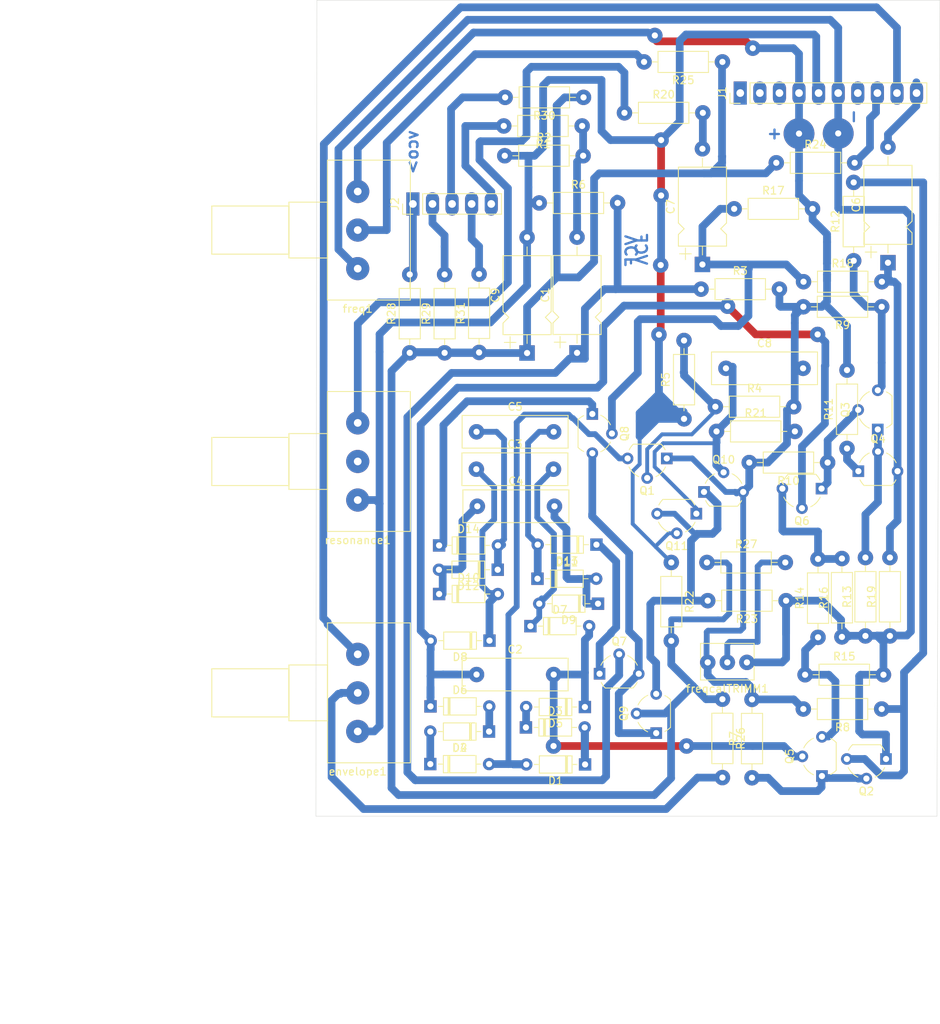
<source format=kicad_pcb>
(kicad_pcb (version 20171130) (host pcbnew "(5.1.2-1)-1")
  (layers (0 F.Cu signal) (31 B.Cu signal) (34 B.Paste user) (35 F.Paste user) (36 B.SilkS user) (37 F.SilkS user) (38 B.Mask user) (39 F.Mask user) (44 Edge.Cuts user))
  (net 0 "")
  (net 1 "Net-(C1-Pad2)")
  (net 2 "Net-(C1-Pad1)")
  (net 3 "Net-(C2-Pad1)")
  (net 4 "Net-(C2-Pad2)")
  (net 5 "Net-(C3-Pad2)")
  (net 6 "Net-(C3-Pad1)")
  (net 7 "Net-(C4-Pad1)")
  (net 8 "Net-(C4-Pad2)")
  (net 9 "Net-(C5-Pad2)")
  (net 10 "Net-(C5-Pad1)")
  (net 11 "Net-(C6-Pad1)")
  (net 12 "Net-(C6-Pad2)")
  (net 13 "Net-(C7-Pad1)")
  (net 14 "Net-(C7-Pad2)")
  (net 15 "Net-(C8-Pad1)")
  (net 16 +7.5V)
  (net 17 GND)
  (net 18 "Net-(C9-Pad1)")
  (net 19 "Net-(D1-Pad2)")
  (net 20 "Net-(D1-Pad1)")
  (net 21 "Net-(D2-Pad1)")
  (net 22 "Net-(D3-Pad1)")
  (net 23 "Net-(D4-Pad1)")
  (net 24 "Net-(D13-Pad1)")
  (net 25 "Net-(D14-Pad1)")
  (net 26 "Net-(J1-Pad9)")
  (net 27 "Net-(R26-Pad2)")
  (net 28 -8V)
  (net 29 "Net-(R25-Pad2)")
  (net 30 "Net-(R27-Pad2)")
  (net 31 "Net-(J1-Pad8)")
  (net 32 "Net-(J2-Pad1)")
  (net 33 "Net-(J2-Pad2)")
  (net 34 "Net-(J2-Pad3)")
  (net 35 "Net-(J2-Pad4)")
  (net 36 "Net-(J2-Pad5)")
  (net 37 "Net-(Q1-Pad2)")
  (net 38 "Net-(Q2-Pad2)")
  (net 39 "Net-(Q2-Pad3)")
  (net 40 "Net-(Q3-Pad1)")
  (net 41 "Net-(Q3-Pad3)")
  (net 42 "Net-(Q3-Pad2)")
  (net 43 "Net-(Q4-Pad1)")
  (net 44 "Net-(Q5-Pad3)")
  (net 45 "Net-(Q6-Pad3)")
  (net 46 "Net-(Q7-Pad3)")
  (net 47 "Net-(Q10-Pad1)")
  (net 48 "Net-(R20-Pad1)")
  (module Resistor_THT:R_Axial_DIN0207_L6.3mm_D2.5mm_P10.16mm_Horizontal (layer F.Cu) (at 96.0628 85.09 90)
    (fp_text reference R29 (at 5.08 -2.37 90) (layer F.SilkS))
    (fp_text value R_US)
    (pad 2 thru_hole oval (at 10.16 0 90) (size 2 2) (drill 0.8) (layers *.Cu *.Mask) (net 33 "Net-(J2-Pad2)"))
    (pad 1 thru_hole circle (at 0 0 90) (size 2 2) (drill 0.8) (layers *.Cu *.Mask) (net 18 "Net-(C9-Pad1)"))
  )
  (module Resistor_THT:R_Axial_DIN0207_L6.3mm_D2.5mm_P10.16mm_Horizontal (layer F.Cu) (at 130.0734 112.268)
    (fp_text reference R27 (at 5.08 -2.37) (layer F.SilkS))
    (fp_text value R_US)
    (pad 2 thru_hole oval (at 10.16 0) (size 2 2) (drill 0.8) (layers *.Cu *.Mask) (net 30 "Net-(R27-Pad2)"))
    (pad 1 thru_hole circle (at 0 0) (size 2 2) (drill 0.8) (layers *.Cu *.Mask) (net 18 "Net-(C9-Pad1)"))
  )
  (module Resistor_THT:R_Axial_DIN0207_L6.3mm_D2.5mm_P10.16mm_Horizontal (layer F.Cu) (at 91.5416 85.09 90)
    (fp_text reference R28 (at 5.08 -2.37 90) (layer F.SilkS))
    (fp_text value R_US)
    (pad 2 thru_hole oval (at 10.16 0 90) (size 2 2) (drill 0.8) (layers *.Cu *.Mask) (net 32 "Net-(J2-Pad1)"))
    (pad 1 thru_hole circle (at 0 0 90) (size 2 2) (drill 0.8) (layers *.Cu *.Mask) (net 18 "Net-(C9-Pad1)"))
  )
  (module Resistor_THT:R_Axial_DIN0207_L6.3mm_D2.5mm_P10.16mm_Horizontal (layer F.Cu) (at 108.331 65.659)
    (fp_text reference R6 (at 5.08 -2.37) (layer F.SilkS))
    (fp_text value R_US)
    (pad 2 thru_hole oval (at 10.16 0) (size 2 2) (drill 0.8) (layers *.Cu *.Mask) (net 2 "Net-(C1-Pad1)"))
    (pad 1 thru_hole circle (at 0 0) (size 2 2) (drill 0.8) (layers *.Cu *.Mask) (net 17 GND))
  )
  (module Resistor_THT:R_Axial_DIN0207_L6.3mm_D2.5mm_P10.16mm_Horizontal (layer F.Cu) (at 132.08 129.9972 270)
    (fp_text reference R26 (at 5.08 -2.37 90) (layer F.SilkS))
    (fp_text value R_US)
    (pad 2 thru_hole oval (at 10.16 0 270) (size 2 2) (drill 0.8) (layers *.Cu *.Mask) (net 27 "Net-(R26-Pad2)"))
    (pad 1 thru_hole circle (at 0 0 270) (size 2 2) (drill 0.8) (layers *.Cu *.Mask) (net 18 "Net-(C9-Pad1)"))
  )
  (module Resistor_THT:R_Axial_DIN0207_L6.3mm_D2.5mm_P10.16mm_Horizontal (layer F.Cu) (at 145.7198 99.314 180)
    (fp_text reference R10 (at 5.08 -2.37) (layer F.SilkS))
    (fp_text value R_US)
    (pad 2 thru_hole oval (at 10.16 0 180) (size 2 2) (drill 0.8) (layers *.Cu *.Mask) (net 16 +7.5V))
    (pad 1 thru_hole circle (at 0 0 180) (size 2 2) (drill 0.8) (layers *.Cu *.Mask) (net 42 "Net-(Q3-Pad2)"))
  )
  (module Package_TO_SOT_THT:TO-92_Wide (layer F.Cu) (at 144.9324 102.6922 180)
    (fp_text reference Q6 (at 2.55 -4.19) (layer F.SilkS))
    (fp_text value BC237)
    (pad 1 thru_hole rect (at 0 0 180) (size 1.5 1.5) (drill 0.8) (layers *.Cu *.Mask) (net 42 "Net-(Q3-Pad2)"))
    (pad 3 thru_hole circle (at 5.08 0 180) (size 1.5 1.5) (drill 0.8) (layers *.Cu *.Mask) (net 45 "Net-(Q6-Pad3)"))
    (pad 2 thru_hole circle (at 2.54 -2.54 180) (size 1.5 1.5) (drill 0.8) (layers *.Cu *.Mask) (net 3 "Net-(C2-Pad1)"))
  )
  (module Resistor_THT:R_Axial_DIN0207_L6.3mm_D2.5mm_P10.16mm_Horizontal (layer F.Cu) (at 139.065 60.452)
    (fp_text reference R24 (at 5.08 -2.37) (layer F.SilkS))
    (fp_text value R_US)
    (pad 2 thru_hole oval (at 10.16 0) (size 2 2) (drill 0.8) (layers *.Cu *.Mask) (net 31 "Net-(J1-Pad8)"))
    (pad 1 thru_hole circle (at 0 0) (size 2 2) (drill 0.8) (layers *.Cu *.Mask) (net 18 "Net-(C9-Pad1)"))
  )
  (module Resistor_THT:R_Axial_DIN0207_L6.3mm_D2.5mm_P10.16mm_Horizontal (layer F.Cu) (at 152.7302 79.121 180)
    (fp_text reference R9 (at 5.08 -2.37) (layer F.SilkS))
    (fp_text value R_US)
    (pad 2 thru_hole oval (at 10.16 0 180) (size 2 2) (drill 0.8) (layers *.Cu *.Mask) (net 16 +7.5V))
    (pad 1 thru_hole circle (at 0 0 180) (size 2 2) (drill 0.8) (layers *.Cu *.Mask) (net 41 "Net-(Q3-Pad3)"))
  )
  (module Resistor_THT:R_Axial_DIN0207_L6.3mm_D2.5mm_P10.16mm_Horizontal (layer F.Cu) (at 140.335 117.221 180)
    (fp_text reference R23 (at 5.08 -2.37) (layer F.SilkS))
    (fp_text value R_US)
    (pad 2 thru_hole oval (at 10.16 0 180) (size 2 2) (drill 0.8) (layers *.Cu *.Mask) (net 47 "Net-(Q10-Pad1)"))
    (pad 1 thru_hole circle (at 0 0 180) (size 2 2) (drill 0.8) (layers *.Cu *.Mask) (net 28 -8V))
  )
  (module Package_TO_SOT_THT:TO-92_Wide (layer F.Cu) (at 124.8664 98.7806 180)
    (fp_text reference Q1 (at 2.55 -4.19) (layer F.SilkS))
    (fp_text value BC237)
    (pad 1 thru_hole rect (at 0 0 180) (size 1.5 1.5) (drill 0.8) (layers *.Cu *.Mask) (net 16 +7.5V))
    (pad 3 thru_hole circle (at 5.08 0 180) (size 1.5 1.5) (drill 0.8) (layers *.Cu *.Mask) (net 19 "Net-(D1-Pad2)"))
    (pad 2 thru_hole circle (at 2.54 -2.54 180) (size 1.5 1.5) (drill 0.8) (layers *.Cu *.Mask) (net 37 "Net-(Q1-Pad2)"))
  )
  (module Package_TO_SOT_THT:TO-92_Wide (layer F.Cu) (at 149.7076 100.4316)
    (fp_text reference Q4 (at 2.55 -4.19) (layer F.SilkS))
    (fp_text value BC237)
    (pad 1 thru_hole rect (at 0 0) (size 1.5 1.5) (drill 0.8) (layers *.Cu *.Mask) (net 43 "Net-(Q4-Pad1)"))
    (pad 3 thru_hole circle (at 5.08 0) (size 1.5 1.5) (drill 0.8) (layers *.Cu *.Mask) (net 11 "Net-(C6-Pad1)"))
    (pad 2 thru_hole circle (at 2.54 -2.54) (size 1.5 1.5) (drill 0.8) (layers *.Cu *.Mask) (net 40 "Net-(Q3-Pad1)"))
  )
  (module Resistor_THT:R_Axial_DIN0207_L6.3mm_D2.5mm_P10.16mm_Horizontal (layer F.Cu) (at 113.8936 55.6768 180)
    (fp_text reference R1 (at 5.08 -2.37) (layer F.SilkS))
    (fp_text value R_US)
    (pad 2 thru_hole oval (at 10.16 0 180) (size 2 2) (drill 0.8) (layers *.Cu *.Mask) (net 36 "Net-(J2-Pad5)"))
    (pad 1 thru_hole circle (at 0 0 180) (size 2 2) (drill 0.8) (layers *.Cu *.Mask) (net 1 "Net-(C1-Pad2)"))
  )
  (module Resistor_THT:R_Axial_DIN0207_L6.3mm_D2.5mm_P10.16mm_Horizontal (layer F.Cu) (at 127.1016 93.6498 90)
    (fp_text reference R5 (at 5.08 -2.37 90) (layer F.SilkS))
    (fp_text value R_US)
    (pad 2 thru_hole oval (at 10.16 0 90) (size 2 2) (drill 0.8) (layers *.Cu *.Mask) (net 37 "Net-(Q1-Pad2)"))
    (pad 1 thru_hole circle (at 0 0 90) (size 2 2) (drill 0.8) (layers *.Cu *.Mask) (net 17 GND))
  )
  (module Connector_PinHeader_2.54mm:PinHeader_1x10_P2.54mm_Vertical (layer F.Cu) (at 134.3914 51.4096 90)
    (fp_text reference J1 (at 0 -2.33 90) (layer F.SilkS))
    (fp_text value Conn_01x10_MountingPin)
    (pad 10 thru_hole oval (at 0 22.86 90) (size 3 1.7) (drill 1) (layers *.Cu *.Mask) (net 12 "Net-(C6-Pad2)"))
    (pad 9 thru_hole oval (at 0 20.32 90) (size 3 1.7) (drill 1) (layers *.Cu *.Mask) (net 26 "Net-(J1-Pad9)"))
    (pad 8 thru_hole oval (at 0 17.78 90) (size 3 1.7) (drill 1) (layers *.Cu *.Mask) (net 31 "Net-(J1-Pad8)"))
    (pad 7 thru_hole oval (at 0 15.24 90) (size 3 1.7) (drill 1) (layers *.Cu *.Mask))
    (pad 6 thru_hole oval (at 0 12.7 90) (size 3 1.7) (drill 1) (layers *.Cu *.Mask) (net 28 -8V))
    (pad 5 thru_hole oval (at 0 10.16 90) (size 3 1.7) (drill 1) (layers *.Cu *.Mask) (net 17 GND))
    (pad 4 thru_hole oval (at 0 7.62 90) (size 3 1.7) (drill 1) (layers *.Cu *.Mask) (net 16 +7.5V))
    (pad 3 thru_hole oval (at 0 5.08 90) (size 3 1.7) (drill 1) (layers *.Cu *.Mask))
    (pad 2 thru_hole oval (at 0 2.54 90) (size 3 1.7) (drill 1) (layers *.Cu *.Mask))
    (pad 1 thru_hole rect (at 0 0 90) (size 3 1.7) (drill 1) (layers *.Cu *.Mask))
  )
  (module Resistor_THT:R_Axial_DIN0207_L6.3mm_D2.5mm_P10.16mm_Horizontal (layer F.Cu) (at 125.4506 112.268 270)
    (fp_text reference R22 (at 5.08 -2.37 90) (layer F.SilkS))
    (fp_text value R_US)
    (pad 2 thru_hole oval (at 10.16 0 270) (size 2 2) (drill 0.8) (layers *.Cu *.Mask) (net 18 "Net-(C9-Pad1)"))
    (pad 1 thru_hole circle (at 0 0 270) (size 2 2) (drill 0.8) (layers *.Cu *.Mask) (net 17 GND))
  )
  (module Resistor_THT:R_Axial_DIN0207_L6.3mm_D2.5mm_P10.16mm_Horizontal (layer F.Cu) (at 100.5332 85.0392 90)
    (fp_text reference R31 (at 5.08 -2.37 90) (layer F.SilkS))
    (fp_text value R_US)
    (pad 2 thru_hole oval (at 10.16 0 90) (size 2 2) (drill 0.8) (layers *.Cu *.Mask) (net 35 "Net-(J2-Pad4)"))
    (pad 1 thru_hole circle (at 0 0 90) (size 2 2) (drill 0.8) (layers *.Cu *.Mask) (net 18 "Net-(C9-Pad1)"))
  )
  (module Resistor_THT:R_Axial_DIN0207_L6.3mm_D2.5mm_P10.16mm_Horizontal (layer F.Cu) (at 131.318 95.2754)
    (fp_text reference R21 (at 5.08 -2.37) (layer F.SilkS))
    (fp_text value R_US)
    (pad 2 thru_hole oval (at 10.16 0) (size 2 2) (drill 0.8) (layers *.Cu *.Mask) (net 16 +7.5V))
    (pad 1 thru_hole circle (at 0 0) (size 2 2) (drill 0.8) (layers *.Cu *.Mask) (net 15 "Net-(C8-Pad1)"))
  )
  (module Resistor_THT:R_Axial_DIN0207_L6.3mm_D2.5mm_P10.16mm_Horizontal (layer F.Cu) (at 119.38 53.975)
    (fp_text reference R20 (at 5.08 -2.37) (layer F.SilkS))
    (fp_text value R_US)
    (pad 2 thru_hole oval (at 10.16 0) (size 2 2) (drill 0.8) (layers *.Cu *.Mask) (net 14 "Net-(C7-Pad2)"))
    (pad 1 thru_hole circle (at 0 0) (size 2 2) (drill 0.8) (layers *.Cu *.Mask) (net 48 "Net-(R20-Pad1)"))
  )
  (module Resistor_THT:R_Axial_DIN0207_L6.3mm_D2.5mm_P10.16mm_Horizontal (layer F.Cu) (at 153.797 121.793 90)
    (fp_text reference R19 (at 5.08 -2.37 90) (layer F.SilkS))
    (fp_text value R_US)
    (pad 2 thru_hole oval (at 10.16 0 90) (size 2 2) (drill 0.8) (layers *.Cu *.Mask) (net 11 "Net-(C6-Pad1)"))
    (pad 1 thru_hole circle (at 0 0 90) (size 2 2) (drill 0.8) (layers *.Cu *.Mask) (net 28 -8V))
  )
  (module Resistor_THT:R_Axial_DIN0207_L6.3mm_D2.5mm_P10.16mm_Horizontal (layer F.Cu) (at 142.5956 75.8698)
    (fp_text reference R18 (at 5.08 -2.37) (layer F.SilkS))
    (fp_text value R_US)
    (pad 2 thru_hole oval (at 10.16 0) (size 2 2) (drill 0.8) (layers *.Cu *.Mask) (net 11 "Net-(C6-Pad1)"))
    (pad 1 thru_hole circle (at 0 0) (size 2 2) (drill 0.8) (layers *.Cu *.Mask) (net 13 "Net-(C7-Pad1)"))
  )
  (module Resistor_THT:R_Axial_DIN0207_L6.3mm_D2.5mm_P10.16mm_Horizontal (layer F.Cu) (at 133.604 66.421)
    (fp_text reference R17 (at 5.08 -2.37) (layer F.SilkS))
    (fp_text value R_US)
    (pad 2 thru_hole oval (at 10.16 0) (size 2 2) (drill 0.8) (layers *.Cu *.Mask) (net 16 +7.5V))
    (pad 1 thru_hole circle (at 0 0) (size 2 2) (drill 0.8) (layers *.Cu *.Mask) (net 13 "Net-(C7-Pad1)"))
  )
  (module Resistor_THT:R_Axial_DIN0207_L6.3mm_D2.5mm_P10.16mm_Horizontal (layer F.Cu) (at 147.574 121.92 90)
    (fp_text reference R16 (at 5.08 -2.37 90) (layer F.SilkS))
    (fp_text value R_US)
    (pad 2 thru_hole oval (at 10.16 0 90) (size 2 2) (drill 0.8) (layers *.Cu *.Mask) (net 45 "Net-(Q6-Pad3)"))
    (pad 1 thru_hole circle (at 0 0 90) (size 2 2) (drill 0.8) (layers *.Cu *.Mask) (net 28 -8V))
  )
  (module Resistor_THT:R_Axial_DIN0207_L6.3mm_D2.5mm_P10.16mm_Horizontal (layer F.Cu) (at 144.4752 121.9708 90)
    (fp_text reference R14 (at 5.08 -2.37 90) (layer F.SilkS))
    (fp_text value R_US)
    (pad 2 thru_hole oval (at 10.16 0 90) (size 2 2) (drill 0.8) (layers *.Cu *.Mask) (net 45 "Net-(Q6-Pad3)"))
    (pad 1 thru_hole circle (at 0 0 90) (size 2 2) (drill 0.8) (layers *.Cu *.Mask) (net 44 "Net-(Q5-Pad3)"))
  )
  (module Resistor_THT:R_Axial_DIN0207_L6.3mm_D2.5mm_P10.16mm_Horizontal (layer F.Cu) (at 142.7988 126.8222)
    (fp_text reference R15 (at 5.08 -2.37) (layer F.SilkS))
    (fp_text value R_US)
    (pad 2 thru_hole oval (at 10.16 0) (size 2 2) (drill 0.8) (layers *.Cu *.Mask) (net 28 -8V))
    (pad 1 thru_hole circle (at 0 0) (size 2 2) (drill 0.8) (layers *.Cu *.Mask) (net 44 "Net-(Q5-Pad3)"))
  )
  (module Resistor_THT:R_Axial_DIN0207_L6.3mm_D2.5mm_P10.16mm_Horizontal (layer F.Cu) (at 150.622 121.793 90)
    (fp_text reference R13 (at 5.08 -2.37 90) (layer F.SilkS))
    (fp_text value R_US)
    (pad 2 thru_hole oval (at 10.16 0 90) (size 2 2) (drill 0.8) (layers *.Cu *.Mask) (net 40 "Net-(Q3-Pad1)"))
    (pad 1 thru_hole circle (at 0 0 90) (size 2 2) (drill 0.8) (layers *.Cu *.Mask) (net 28 -8V))
  )
  (module Resistor_THT:R_Axial_DIN0207_L6.3mm_D2.5mm_P10.16mm_Horizontal (layer F.Cu) (at 149.098 73.152 90)
    (fp_text reference R12 (at 5.08 -2.37 90) (layer F.SilkS))
    (fp_text value R_US)
    (pad 2 thru_hole oval (at 10.16 0 90) (size 2 2) (drill 0.8) (layers *.Cu *.Mask) (net 39 "Net-(Q2-Pad3)"))
    (pad 1 thru_hole circle (at 0 0 90) (size 2 2) (drill 0.8) (layers *.Cu *.Mask) (net 41 "Net-(Q3-Pad3)"))
  )
  (module Resistor_THT:R_Axial_DIN0207_L6.3mm_D2.5mm_P10.16mm_Horizontal (layer F.Cu) (at 152.7302 131.2672 180)
    (fp_text reference R8 (at 5.08 -2.37) (layer F.SilkS))
    (fp_text value R_US)
    (pad 2 thru_hole oval (at 10.16 0 180) (size 2 2) (drill 0.8) (layers *.Cu *.Mask) (net 16 +7.5V))
    (pad 1 thru_hole circle (at 0 0 180) (size 2 2) (drill 0.8) (layers *.Cu *.Mask) (net 39 "Net-(Q2-Pad3)"))
  )
  (module Resistor_THT:R_Axial_DIN0207_L6.3mm_D2.5mm_P10.16mm_Horizontal (layer F.Cu) (at 148.2344 97.4852 90)
    (fp_text reference R11 (at 5.08 -2.37 90) (layer F.SilkS))
    (fp_text value R_US)
    (pad 2 thru_hole oval (at 10.16 0 90) (size 2 2) (drill 0.8) (layers *.Cu *.Mask) (net 16 +7.5V))
    (pad 1 thru_hole circle (at 0 0 90) (size 2 2) (drill 0.8) (layers *.Cu *.Mask) (net 43 "Net-(Q4-Pad1)"))
  )
  (module Resistor_THT:R_Axial_DIN0207_L6.3mm_D2.5mm_P10.16mm_Horizontal (layer F.Cu) (at 129.3114 76.835)
    (fp_text reference R3 (at 5.08 -2.37) (layer F.SilkS))
    (fp_text value R_US)
    (pad 2 thru_hole oval (at 10.16 0) (size 2 2) (drill 0.8) (layers *.Cu *.Mask) (net 16 +7.5V))
    (pad 1 thru_hole circle (at 0 0) (size 2 2) (drill 0.8) (layers *.Cu *.Mask) (net 2 "Net-(C1-Pad1)"))
  )
  (module Resistor_THT:R_Axial_DIN0207_L6.3mm_D2.5mm_P10.16mm_Horizontal (layer F.Cu) (at 135.9154 140.1826 90)
    (fp_text reference R7 (at 5.08 -2.37 90) (layer F.SilkS))
    (fp_text value R_US)
    (pad 2 thru_hole oval (at 10.16 0 90) (size 2 2) (drill 0.8) (layers *.Cu *.Mask) (net 16 +7.5V))
    (pad 1 thru_hole circle (at 0 0 90) (size 2 2) (drill 0.8) (layers *.Cu *.Mask) (net 38 "Net-(Q2-Pad2)"))
  )
  (module Resistor_THT:R_Axial_DIN0207_L6.3mm_D2.5mm_P10.16mm_Horizontal (layer F.Cu) (at 103.8606 59.5376)
    (fp_text reference R2 (at 5.08 -2.37) (layer F.SilkS))
    (fp_text value R_US)
    (pad 2 thru_hole oval (at 10.16 0) (size 2 2) (drill 0.8) (layers *.Cu *.Mask) (net 1 "Net-(C1-Pad2)"))
    (pad 1 thru_hole circle (at 0 0) (size 2 2) (drill 0.8) (layers *.Cu *.Mask) (net 17 GND))
  )
  (module Package_TO_SOT_THT:TO-92_Wide (layer F.Cu) (at 129.6924 103.124)
    (fp_text reference Q10 (at 2.55 -4.19) (layer F.SilkS))
    (fp_text value BC307)
    (pad 1 thru_hole rect (at 0 0) (size 1.5 1.5) (drill 0.8) (layers *.Cu *.Mask) (net 47 "Net-(Q10-Pad1)"))
    (pad 3 thru_hole circle (at 5.08 0) (size 1.5 1.5) (drill 0.8) (layers *.Cu *.Mask) (net 16 +7.5V))
    (pad 2 thru_hole circle (at 2.54 -2.54) (size 1.5 1.5) (drill 0.8) (layers *.Cu *.Mask) (net 15 "Net-(C8-Pad1)"))
  )
  (module Package_TO_SOT_THT:TO-92_Wide (layer F.Cu) (at 115.2144 93.0148 270)
    (fp_text reference Q8 (at 2.55 -4.19 90) (layer F.SilkS))
    (fp_text value BC237)
    (pad 1 thru_hole rect (at 0 0 270) (size 1.5 1.5) (drill 0.8) (layers *.Cu *.Mask) (net 25 "Net-(D14-Pad1)"))
    (pad 3 thru_hole circle (at 5.08 0 270) (size 1.5 1.5) (drill 0.8) (layers *.Cu *.Mask) (net 46 "Net-(Q7-Pad3)"))
    (pad 2 thru_hole circle (at 2.54 -2.54 270) (size 1.5 1.5) (drill 0.8) (layers *.Cu *.Mask) (net 13 "Net-(C7-Pad1)"))
  )
  (module Package_TO_SOT_THT:TO-92_Wide (layer F.Cu) (at 128.7018 105.9434 180)
    (fp_text reference Q11 (at 2.55 -4.19) (layer F.SilkS))
    (fp_text value BC237)
    (pad 1 thru_hole rect (at 0 0 180) (size 1.5 1.5) (drill 0.8) (layers *.Cu *.Mask) (net 15 "Net-(C8-Pad1)"))
    (pad 3 thru_hole circle (at 5.08 0 180) (size 1.5 1.5) (drill 0.8) (layers *.Cu *.Mask) (net 47 "Net-(Q10-Pad1)"))
    (pad 2 thru_hole circle (at 2.54 -2.54 180) (size 1.5 1.5) (drill 0.8) (layers *.Cu *.Mask) (net 17 GND))
  )
  (module Package_TO_SOT_THT:TO-92_Wide (layer F.Cu) (at 116.1542 126.6952)
    (fp_text reference Q7 (at 2.55 -4.19) (layer F.SilkS))
    (fp_text value BC237)
    (pad 1 thru_hole rect (at 0 0) (size 1.5 1.5) (drill 0.8) (layers *.Cu *.Mask) (net 24 "Net-(D13-Pad1)"))
    (pad 3 thru_hole circle (at 5.08 0) (size 1.5 1.5) (drill 0.8) (layers *.Cu *.Mask) (net 46 "Net-(Q7-Pad3)"))
    (pad 2 thru_hole circle (at 2.54 -2.54) (size 1.5 1.5) (drill 0.8) (layers *.Cu *.Mask) (net 2 "Net-(C1-Pad1)"))
  )
  (module Package_TO_SOT_THT:TO-92_Wide (layer F.Cu) (at 144.9832 139.954 90)
    (fp_text reference Q5 (at 2.55 -4.19 90) (layer F.SilkS))
    (fp_text value BC237)
    (pad 1 thru_hole rect (at 0 0 90) (size 1.5 1.5) (drill 0.8) (layers *.Cu *.Mask) (net 38 "Net-(Q2-Pad2)"))
    (pad 3 thru_hole circle (at 5.08 0 90) (size 1.5 1.5) (drill 0.8) (layers *.Cu *.Mask) (net 44 "Net-(Q5-Pad3)"))
    (pad 2 thru_hole circle (at 2.54 -2.54 90) (size 1.5 1.5) (drill 0.8) (layers *.Cu *.Mask) (net 4 "Net-(C2-Pad2)"))
  )
  (module Diode_THT:D_DO-35_SOD27_P7.62mm_Horizontal (layer F.Cu) (at 108.1024 114.3762)
    (fp_text reference D11 (at 3.81 -2.12) (layer F.SilkS))
    (fp_text value 1N4148)
    (pad 2 thru_hole oval (at 7.62 0) (size 1.6 1.6) (drill 0.8) (layers *.Cu *.Mask) (net 8 "Net-(C4-Pad2)"))
    (pad 1 thru_hole rect (at 0 0) (size 1.6 1.6) (drill 0.8) (layers *.Cu *.Mask) (net 9 "Net-(C5-Pad2)"))
  )
  (module Package_TO_SOT_THT:TO-92_Wide (layer F.Cu) (at 153.289 137.7442 180)
    (fp_text reference Q2 (at 2.55 -4.19) (layer F.SilkS))
    (fp_text value BC237)
    (pad 1 thru_hole rect (at 0 0 180) (size 1.5 1.5) (drill 0.8) (layers *.Cu *.Mask) (net 28 -8V))
    (pad 3 thru_hole circle (at 5.08 0 180) (size 1.5 1.5) (drill 0.8) (layers *.Cu *.Mask) (net 39 "Net-(Q2-Pad3)"))
    (pad 2 thru_hole circle (at 2.54 -2.54 180) (size 1.5 1.5) (drill 0.8) (layers *.Cu *.Mask) (net 38 "Net-(Q2-Pad2)"))
  )
  (module Diode_THT:D_DO-35_SOD27_P7.62mm_Horizontal (layer F.Cu) (at 101.8794 122.4026 180)
    (fp_text reference D8 (at 3.81 -2.12) (layer F.SilkS))
    (fp_text value 1N4148)
    (pad 2 thru_hole oval (at 7.62 0 180) (size 1.6 1.6) (drill 0.8) (layers *.Cu *.Mask) (net 3 "Net-(C2-Pad1)"))
    (pad 1 thru_hole rect (at 0 0 180) (size 1.6 1.6) (drill 0.8) (layers *.Cu *.Mask) (net 6 "Net-(C3-Pad1)"))
  )
  (module Capacitor_THT:C_Rect_L13.5mm_W4.0mm_P10.00mm_FKS3_FKP3_MKS4 (layer F.Cu) (at 100.3046 104.9782)
    (fp_text reference C4 (at 5 -3.25) (layer F.SilkS))
    (fp_text value C)
    (pad 2 thru_hole circle (at 10 0) (size 2 2) (drill 0.8) (layers *.Cu *.Mask) (net 8 "Net-(C4-Pad2)"))
    (pad 1 thru_hole circle (at 0 0) (size 2 2) (drill 0.8) (layers *.Cu *.Mask) (net 7 "Net-(C4-Pad1)"))
  )
  (module Potentiometer_THT:Potentiometer_Alps_RK163_Single_Horizontal (layer F.Cu) (at 84.7984 94.174 180)
    (fp_text reference resonance1 (at 0 -15.2) (layer F.SilkS))
    (fp_text value R_Potentiometer)
    (pad 1 thru_hole circle (at 0 0 180) (size 3 3) (drill 1) (layers *.Cu *.Mask) (net 48 "Net-(R20-Pad1)"))
    (pad 2 thru_hole circle (at 0 -5 180) (size 3 3) (drill 1) (layers *.Cu *.Mask))
    (pad 3 thru_hole circle (at 0 -10 180) (size 3 3) (drill 1) (layers *.Cu *.Mask F.Adhes) (net 17 GND))
  )
  (module Resistor_THT:R_Axial_DIN0207_L6.3mm_D2.5mm_P10.16mm_Horizontal (layer F.Cu) (at 132.08 47.371 180)
    (fp_text reference R25 (at 5.08 -2.37) (layer F.SilkS))
    (fp_text value R_US)
    (pad 2 thru_hole oval (at 10.16 0 180) (size 2 2) (drill 0.8) (layers *.Cu *.Mask) (net 29 "Net-(R25-Pad2)"))
    (pad 1 thru_hole circle (at 0 0 180) (size 2 2) (drill 0.8) (layers *.Cu *.Mask) (net 18 "Net-(C9-Pad1)"))
  )
  (module Package_TO_SOT_THT:TO-92_Wide (layer F.Cu) (at 123.4948 134.3914 90)
    (fp_text reference Q9 (at 2.55 -4.19 90) (layer F.SilkS))
    (fp_text value BC237)
    (pad 1 thru_hole rect (at 0 0 90) (size 1.5 1.5) (drill 0.8) (layers *.Cu *.Mask) (net 46 "Net-(Q7-Pad3)"))
    (pad 3 thru_hole circle (at 5.08 0 90) (size 1.5 1.5) (drill 0.8) (layers *.Cu *.Mask) (net 47 "Net-(Q10-Pad1)"))
    (pad 2 thru_hole circle (at 2.54 -2.54 90) (size 1.5 1.5) (drill 0.8) (layers *.Cu *.Mask) (net 18 "Net-(C9-Pad1)"))
  )
  (module Package_TO_SOT_THT:TO-92_Wide (layer F.Cu) (at 152.2222 95.0214 90)
    (fp_text reference Q3 (at 2.55 -4.19 90) (layer F.SilkS))
    (fp_text value BC237)
    (pad 1 thru_hole rect (at 0 0 90) (size 1.5 1.5) (drill 0.8) (layers *.Cu *.Mask) (net 40 "Net-(Q3-Pad1)"))
    (pad 3 thru_hole circle (at 5.08 0 90) (size 1.5 1.5) (drill 0.8) (layers *.Cu *.Mask) (net 41 "Net-(Q3-Pad3)"))
    (pad 2 thru_hole circle (at 2.54 -2.54 90) (size 1.5 1.5) (drill 0.8) (layers *.Cu *.Mask) (net 42 "Net-(Q3-Pad2)"))
  )
  (module Resistor_THT:R_Axial_DIN0207_L6.3mm_D2.5mm_P10.16mm_Horizontal (layer F.Cu) (at 131.1656 92.075)
    (fp_text reference R4 (at 5.08 -2.37) (layer F.SilkS))
    (fp_text value R_US)
    (pad 2 thru_hole oval (at 10.16 0) (size 2 2) (drill 0.8) (layers *.Cu *.Mask) (net 16 +7.5V))
    (pad 1 thru_hole circle (at 0 0) (size 2 2) (drill 0.8) (layers *.Cu *.Mask) (net 37 "Net-(Q1-Pad2)"))
  )
  (module Capacitor_THT:C_Rect_L13.5mm_W4.0mm_P10.00mm_FKS3_FKP3_MKS4 (layer F.Cu) (at 100.203 126.7968)
    (fp_text reference C2 (at 5 -3.25) (layer F.SilkS))
    (fp_text value C)
    (pad 2 thru_hole circle (at 10 0) (size 2 2) (drill 0.8) (layers *.Cu *.Mask) (net 4 "Net-(C2-Pad2)"))
    (pad 1 thru_hole circle (at 0 0) (size 2 2) (drill 0.8) (layers *.Cu *.Mask) (net 3 "Net-(C2-Pad1)"))
  )
  (module Potentiometer_THT:Potentiometer_Bourns_3266Y_Vertical (layer F.Cu) (at 130.175 125.222 180)
    (fp_text reference freqcalTRIMM1 (at -2.54 -3.41) (layer F.SilkS))
    (fp_text value R_Potentiometer_Trim)
    (pad 3 thru_hole circle (at -5.08 0 180) (size 2 2) (drill 0.8) (layers *.Cu *.Mask) (net 28 -8V))
    (pad 2 thru_hole circle (at -2.54 0 180) (size 2 2) (drill 0.8) (layers *.Cu *.Mask) (net 30 "Net-(R27-Pad2)"))
    (pad 1 thru_hole circle (at 0 0 180) (size 2 2) (drill 0.8) (layers *.Cu *.Mask) (net 16 +7.5V))
  )
  (module Diode_THT:D_DO-35_SOD27_P7.62mm_Horizontal (layer F.Cu) (at 114.2492 131.00734 180)
    (fp_text reference D5 (at 3.81 -2.12) (layer F.SilkS))
    (fp_text value 1N4148)
    (pad 2 thru_hole oval (at 7.62 0 180) (size 1.6 1.6) (drill 0.8) (layers *.Cu *.Mask) (net 22 "Net-(D3-Pad1)"))
    (pad 1 thru_hole rect (at 0 0 180) (size 1.6 1.6) (drill 0.8) (layers *.Cu *.Mask) (net 4 "Net-(C2-Pad2)"))
  )
  (module Capacitor_THT:C_Rect_L13.5mm_W4.0mm_P10.00mm_FKS3_FKP3_MKS4 (layer F.Cu) (at 100.1776 100.1776)
    (fp_text reference C3 (at 5 -3.25) (layer F.SilkS))
    (fp_text value C)
    (pad 2 thru_hole circle (at 10 0) (size 2 2) (drill 0.8) (layers *.Cu *.Mask) (net 5 "Net-(C3-Pad2)"))
    (pad 1 thru_hole circle (at 0 0) (size 2 2) (drill 0.8) (layers *.Cu *.Mask) (net 6 "Net-(C3-Pad1)"))
  )
  (module Diode_THT:D_DO-35_SOD27_P7.62mm_Horizontal (layer F.Cu) (at 94.234 130.927232)
    (fp_text reference D6 (at 3.81 -2.12) (layer F.SilkS))
    (fp_text value 1N4148)
    (pad 2 thru_hole oval (at 7.62 0) (size 1.6 1.6) (drill 0.8) (layers *.Cu *.Mask) (net 23 "Net-(D4-Pad1)"))
    (pad 1 thru_hole rect (at 0 0) (size 1.6 1.6) (drill 0.8) (layers *.Cu *.Mask) (net 3 "Net-(C2-Pad1)"))
  )
  (module Capacitor_THT:CP_Axial_L10.0mm_D6.0mm_P15.00mm_Horizontal (layer F.Cu) (at 153.543 73.406 90)
    (fp_text reference C6 (at 7.5 -4.12 90) (layer F.SilkS))
    (fp_text value C_Polarized)
    (pad 2 thru_hole oval (at 15 0 90) (size 2 2) (drill 0.8) (layers *.Cu *.Mask) (net 12 "Net-(C6-Pad2)"))
    (pad 1 thru_hole rect (at 0 0 90) (size 2 2) (drill 0.8) (layers *.Cu *.Mask) (net 11 "Net-(C6-Pad1)"))
  )
  (module Diode_THT:D_DO-35_SOD27_P7.62mm_Horizontal (layer F.Cu) (at 115.951 117.611772 180)
    (fp_text reference D9 (at 3.81 -2.12) (layer F.SilkS))
    (fp_text value 1N4148)
    (pad 2 thru_hole oval (at 7.62 0 180) (size 1.6 1.6) (drill 0.8) (layers *.Cu *.Mask) (net 5 "Net-(C3-Pad2)"))
    (pad 1 thru_hole rect (at 0 0 180) (size 1.6 1.6) (drill 0.8) (layers *.Cu *.Mask) (net 8 "Net-(C4-Pad2)"))
  )
  (module Diode_THT:D_DO-35_SOD27_P7.62mm_Horizontal (layer F.Cu) (at 114.2746 138.4554 180)
    (fp_text reference D1 (at 3.81 -2.12) (layer F.SilkS))
    (fp_text value 1N4148)
    (pad 2 thru_hole oval (at 7.62 0 180) (size 1.6 1.6) (drill 0.8) (layers *.Cu *.Mask) (net 19 "Net-(D1-Pad2)"))
    (pad 1 thru_hole rect (at 0 0 180) (size 1.6 1.6) (drill 0.8) (layers *.Cu *.Mask) (net 20 "Net-(D1-Pad1)"))
  )
  (module Diode_THT:D_DO-35_SOD27_P7.62mm_Horizontal (layer F.Cu) (at 102.9462 113.2078 180)
    (fp_text reference D12 (at 3.81 -2.12) (layer F.SilkS))
    (fp_text value 1N4148)
    (pad 2 thru_hole oval (at 7.62 0 180) (size 1.6 1.6) (drill 0.8) (layers *.Cu *.Mask) (net 7 "Net-(C4-Pad1)"))
    (pad 1 thru_hole rect (at 0 0 180) (size 1.6 1.6) (drill 0.8) (layers *.Cu *.Mask) (net 10 "Net-(C5-Pad1)"))
  )
  (module Potentiometer_THT:Potentiometer_Alps_RK163_Single_Horizontal (layer F.Cu) (at 84.7984 124.174 180)
    (fp_text reference envelope1 (at 0 -15.2) (layer F.SilkS))
    (fp_text value R_Potentiometer)
    (pad 1 thru_hole circle (at 0 0 180) (size 3 3) (drill 1) (layers *.Cu *.Mask) (net 26 "Net-(J1-Pad9)"))
    (pad 2 thru_hole circle (at 0 -5 180) (size 3 3) (drill 1) (layers *.Cu *.Mask) (net 27 "Net-(R26-Pad2)"))
    (pad 3 thru_hole circle (at 0 -10 180) (size 3 3) (drill 1) (layers *.Cu *.Mask F.Adhes) (net 17 GND))
  )
  (module Diode_THT:D_DO-35_SOD27_P7.62mm_Horizontal (layer F.Cu) (at 115.7478 109.9566 180)
    (fp_text reference D13 (at 3.81 -2.12) (layer F.SilkS))
    (fp_text value 1N4148)
    (pad 2 thru_hole oval (at 7.62 0 180) (size 1.6 1.6) (drill 0.8) (layers *.Cu *.Mask) (net 9 "Net-(C5-Pad2)"))
    (pad 1 thru_hole rect (at 0 0 180) (size 1.6 1.6) (drill 0.8) (layers *.Cu *.Mask) (net 24 "Net-(D13-Pad1)"))
  )
  (module Diode_THT:D_DO-35_SOD27_P7.62mm_Horizontal (layer F.Cu) (at 95.3516 116.3574)
    (fp_text reference D10 (at 3.81 -2.12) (layer F.SilkS))
    (fp_text value 1N4148)
    (pad 2 thru_hole oval (at 7.62 0) (size 1.6 1.6) (drill 0.8) (layers *.Cu *.Mask) (net 6 "Net-(C3-Pad1)"))
    (pad 1 thru_hole rect (at 0 0) (size 1.6 1.6) (drill 0.8) (layers *.Cu *.Mask) (net 7 "Net-(C4-Pad1)"))
  )
  (module Diode_THT:D_DO-35_SOD27_P7.62mm_Horizontal (layer F.Cu) (at 107.188 120.523)
    (fp_text reference D7 (at 3.81 -2.12) (layer F.SilkS))
    (fp_text value 1N4148)
    (pad 2 thru_hole oval (at 7.62 0) (size 1.6 1.6) (drill 0.8) (layers *.Cu *.Mask) (net 4 "Net-(C2-Pad2)"))
    (pad 1 thru_hole rect (at 0 0) (size 1.6 1.6) (drill 0.8) (layers *.Cu *.Mask) (net 5 "Net-(C3-Pad2)"))
  )
  (module Capacitor_THT:C_Rect_L13.5mm_W4.0mm_P10.00mm_FKS3_FKP3_MKS4 (layer F.Cu) (at 100.203 95.3262)
    (fp_text reference C5 (at 5 -3.25) (layer F.SilkS))
    (fp_text value C)
    (pad 2 thru_hole circle (at 10 0) (size 2 2) (drill 0.8) (layers *.Cu *.Mask) (net 9 "Net-(C5-Pad2)"))
    (pad 1 thru_hole circle (at 0 0) (size 2 2) (drill 0.8) (layers *.Cu *.Mask) (net 10 "Net-(C5-Pad1)"))
  )
  (module Connector_PinHeader_2.54mm:PinHeader_1x05_P2.54mm_Vertical (layer F.Cu) (at 91.948 65.786 90)
    (fp_text reference J2 (at 0 -2.33 90) (layer F.SilkS))
    (fp_text value Conn_01x05_MountingPin)
    (pad 5 thru_hole oval (at 0 10.16 90) (size 3 1.7) (drill 1) (layers *.Cu *.Mask) (net 36 "Net-(J2-Pad5)"))
    (pad 4 thru_hole oval (at 0 7.62 90) (size 3 1.7) (drill 1) (layers *.Cu *.Mask) (net 35 "Net-(J2-Pad4)"))
    (pad 3 thru_hole oval (at 0 5.08 90) (size 3 1.7) (drill 1) (layers *.Cu *.Mask) (net 34 "Net-(J2-Pad3)"))
    (pad 2 thru_hole oval (at 0 2.54 90) (size 3 1.7) (drill 1) (layers *.Cu *.Mask) (net 33 "Net-(J2-Pad2)"))
    (pad 1 thru_hole rect (at 0 0 90) (size 3 1.7) (drill 1) (layers *.Cu *.Mask) (net 32 "Net-(J2-Pad1)"))
  )
  (module Capacitor_THT:CP_Axial_L10.0mm_D6.0mm_P15.00mm_Horizontal (layer F.Cu) (at 129.4892 73.6346 90)
    (fp_text reference C7 (at 7.5 -4.12 90) (layer F.SilkS))
    (fp_text value C_Polarized)
    (pad 2 thru_hole oval (at 15 0 90) (size 2 2) (drill 0.8) (layers *.Cu *.Mask) (net 14 "Net-(C7-Pad2)"))
    (pad 1 thru_hole rect (at 0 0 90) (size 2 2) (drill 0.8) (layers *.Cu *.Mask) (net 13 "Net-(C7-Pad1)"))
  )
  (module Capacitor_THT:C_Rect_L13.5mm_W4.0mm_P10.00mm_FKS3_FKP3_MKS4 (layer F.Cu) (at 132.5372 87.0966)
    (fp_text reference C8 (at 5 -3.25) (layer F.SilkS))
    (fp_text value C)
    (pad 2 thru_hole circle (at 10 0) (size 2 2) (drill 0.8) (layers *.Cu *.Mask) (net 16 +7.5V))
    (pad 1 thru_hole circle (at 0 0) (size 2 2) (drill 0.8) (layers *.Cu *.Mask) (net 15 "Net-(C8-Pad1)"))
  )
  (module Diode_THT:D_DO-35_SOD27_P7.62mm_Horizontal (layer F.Cu) (at 94.2086 138.408508)
    (fp_text reference D2 (at 3.81 -2.12) (layer F.SilkS))
    (fp_text value 1N4148)
    (pad 2 thru_hole oval (at 7.62 0) (size 1.6 1.6) (drill 0.8) (layers *.Cu *.Mask) (net 19 "Net-(D1-Pad2)"))
    (pad 1 thru_hole rect (at 0 0) (size 1.6 1.6) (drill 0.8) (layers *.Cu *.Mask) (net 21 "Net-(D2-Pad1)"))
  )
  (module Diode_THT:D_DO-35_SOD27_P7.62mm_Horizontal (layer F.Cu) (at 95.3516 110.0582)
    (fp_text reference D14 (at 3.81 -2.12) (layer F.SilkS))
    (fp_text value 1N4148)
    (pad 2 thru_hole oval (at 7.62 0) (size 1.6 1.6) (drill 0.8) (layers *.Cu *.Mask) (net 10 "Net-(C5-Pad1)"))
    (pad 1 thru_hole rect (at 0 0) (size 1.6 1.6) (drill 0.8) (layers *.Cu *.Mask) (net 25 "Net-(D14-Pad1)"))
  )
  (module Capacitor_THT:CP_Axial_L10.0mm_D6.0mm_P15.00mm_Horizontal (layer F.Cu) (at 113.2332 85.09 90)
    (fp_text reference C1 (at 7.5 -4.12 90) (layer F.SilkS))
    (fp_text value C_Polarized)
    (pad 2 thru_hole oval (at 15 0 90) (size 2 2) (drill 0.8) (layers *.Cu *.Mask) (net 1 "Net-(C1-Pad2)"))
    (pad 1 thru_hole rect (at 0 0 90) (size 2 2) (drill 0.8) (layers *.Cu *.Mask) (net 2 "Net-(C1-Pad1)"))
  )
  (module Diode_THT:D_DO-35_SOD27_P7.62mm_Horizontal (layer F.Cu) (at 101.8286 134.1882 180)
    (fp_text reference D4 (at 3.81 -2.12) (layer F.SilkS))
    (fp_text value 1N4148)
    (pad 2 thru_hole oval (at 7.62 0 180) (size 1.6 1.6) (drill 0.8) (layers *.Cu *.Mask) (net 21 "Net-(D2-Pad1)"))
    (pad 1 thru_hole rect (at 0 0 180) (size 1.6 1.6) (drill 0.8) (layers *.Cu *.Mask) (net 23 "Net-(D4-Pad1)"))
  )
  (module Resistor_THT:R_Axial_DIN0207_L6.3mm_D2.5mm_P10.16mm_Horizontal (layer F.Cu) (at 114.0714 51.9684 180)
    (fp_text reference R30 (at 5.08 -2.37) (layer F.SilkS))
    (fp_text value R_US)
    (pad 2 thru_hole oval (at 10.16 0 180) (size 2 2) (drill 0.8) (layers *.Cu *.Mask) (net 34 "Net-(J2-Pad3)"))
    (pad 1 thru_hole circle (at 0 0 180) (size 2 2) (drill 0.8) (layers *.Cu *.Mask) (net 18 "Net-(C9-Pad1)"))
  )
  (module Diode_THT:D_DO-35_SOD27_P7.62mm_Horizontal (layer F.Cu) (at 106.6038 133.6548)
    (fp_text reference D3 (at 3.81 -2.12) (layer F.SilkS))
    (fp_text value 1N4148)
    (pad 2 thru_hole oval (at 7.62 0) (size 1.6 1.6) (drill 0.8) (layers *.Cu *.Mask) (net 20 "Net-(D1-Pad1)"))
    (pad 1 thru_hole rect (at 0 0) (size 1.6 1.6) (drill 0.8) (layers *.Cu *.Mask) (net 22 "Net-(D3-Pad1)"))
  )
  (module Capacitor_THT:CP_Axial_L10.0mm_D6.0mm_P15.00mm_Horizontal (layer F.Cu) (at 106.7562 85.1154 90)
    (fp_text reference C9 (at 7.5 -4.12 90) (layer F.SilkS))
    (fp_text value C_Polarized)
    (pad 2 thru_hole oval (at 15 0 90) (size 2 2) (drill 0.8) (layers *.Cu *.Mask) (net 17 GND))
    (pad 1 thru_hole rect (at 0 0 90) (size 2 2) (drill 0.8) (layers *.Cu *.Mask) (net 18 "Net-(C9-Pad1)"))
  )
  (module Potentiometer_THT:Potentiometer_Alps_RK163_Single_Horizontal (layer F.Cu) (at 84.7984 64.174 180)
    (fp_text reference freq1 (at 0 -15.2) (layer F.SilkS))
    (fp_text value R_Potentiometer)
    (pad 1 thru_hole circle (at 0 0 180) (size 3 3) (drill 1) (layers *.Cu *.Mask) (net 16 +7.5V))
    (pad 2 thru_hole circle (at 0 -5 180) (size 3 3) (drill 1) (layers *.Cu *.Mask) (net 29 "Net-(R25-Pad2)"))
    (pad 3 thru_hole circle (at 0 -10 180) (size 3 3) (drill 1) (layers *.Cu *.Mask F.Adhes) (net 28 -8V))
  )
  (gr_line (start 79.375 145.161) (end 79.502 39.37) (layer Edge.Cuts) (width 0.05))
  (gr_line (start 159.893 145.161) (end 79.375 145.161) (layer Edge.Cuts) (width 0.05))
  (gr_line (start 160.274 39.37) (end 159.893 145.161) (layer Edge.Cuts) (width 0.05))
  (gr_line (start 79.502 39.37) (end 160.274 39.37) (layer Edge.Cuts) (width 0.05))
  (gr_text "VCF\n\n" (at 120.269 71.628 270) (layer B.Cu) (effects (font (size 1.5 1.5) (thickness 0.3)) (justify mirror)))
  (gr_text "-\n" (at 149.225 54.483 270) (layer B.Cu) (effects (font (size 1.5 1.5) (thickness 0.3)) (justify mirror)))
  (gr_text "+\n" (at 138.938 56.7182 270) (layer B.Cu) (effects (font (size 1.5 1.5) (thickness 0.3)) (justify mirror)))
  (gr_text "vco>\n" (at 91.8718 59.0804 90) (layer B.Cu) (effects (font (size 1.5 1.5) (thickness 0.3)) (justify mirror)))
  (gr_text "VCF\n\n" (at 121.539 71.882 90) (layer B.Cu) (effects (font (size 1.5 1.5) (thickness 0.3)) (justify mirror)))
  (segment (start 114.0206 59.5376) (end 114.0206 55.8038) (width 1) (layer B.Cu) (net 1))
  (segment (start 114.0206 55.8038) (end 113.8936 55.6768) (width 1) (layer B.Cu) (net 1))
  (segment (start 113.2332 70.09) (end 113.2332 60.325) (width 1) (layer B.Cu) (net 1))
  (segment (start 113.2332 60.325) (end 114.0206 59.5376) (width 1) (layer B.Cu) (net 1))
  (segment (start 113.2332 70.09) (end 113.2332 67.437) (width 1) (layer B.Cu) (net 1))
  (segment (start 118.237 76.835) (end 129.3114 76.835) (width 1) (layer B.Cu) (net 2))
  (segment (start 116.7892 76.835) (end 114.2492 79.375) (width 1) (layer B.Cu) (net 2))
  (segment (start 118.491 65.659) (end 118.491 76.581) (width 1) (layer B.Cu) (net 2))
  (segment (start 118.412151 65.083613) (end 118.655731 65.164806) (width 1) (layer B.Cu) (net 2))
  (segment (start 92.2655 140.5001) (end 91.2368 139.4714) (width 1) (layer B.Cu) (net 2))
  (segment (start 114.2492 85.852) (end 114.2492 79.375) (width 1) (layer B.Cu) (net 2))
  (segment (start 91.2368 93.4212) (end 91.80181 92.85619) (width 1) (layer B.Cu) (net 2))
  (segment (start 91.80181 92.85619) (end 91.81479 92.85619) (width 1) (layer B.Cu) (net 2))
  (segment (start 91.2368 139.4714) (end 91.2368 93.4212) (width 1) (layer B.Cu) (net 2))
  (segment (start 91.81479 92.85619) (end 96.97418 87.6968) (width 1) (layer B.Cu) (net 2))
  (segment (start 96.97418 87.6968) (end 110.4044 87.6968) (width 1) (layer B.Cu) (net 2))
  (segment (start 110.4044 87.6968) (end 112.2492 85.852) (width 1) (layer B.Cu) (net 2))
  (segment (start 112.2492 85.852) (end 114.2492 85.852) (width 1) (layer B.Cu) (net 2))
  (segment (start 91.81479 140.04939) (end 92.2655 140.5001) (width 1) (layer B.Cu) (net 2))
  (segment (start 117.44339 128.14921) (end 117.44339 128.145201) (width 1) (layer B.Cu) (net 2))
  (segment (start 118.6942 126.894391) (end 118.6942 124.1552) (width 1) (layer B.Cu) (net 2))
  (segment (start 117.0051 139.9921) (end 117.0051 128.5875) (width 1) (layer B.Cu) (net 2))
  (segment (start 117.0051 128.5875) (end 117.44339 128.14921) (width 1) (layer B.Cu) (net 2))
  (segment (start 117.44339 128.145201) (end 118.6942 126.894391) (width 1) (layer B.Cu) (net 2))
  (segment (start 118.491 76.581) (end 118.237 76.835) (width 1) (layer B.Cu) (net 2))
  (segment (start 118.237 76.835) (end 116.7892 76.835) (width 1) (layer B.Cu) (net 2))
  (segment (start 116.4971 140.5001) (end 117.0051 139.9921) (width 1) (layer B.Cu) (net 2))
  (segment (start 92.2655 140.5001) (end 116.4971 140.5001) (width 1) (layer B.Cu) (net 2))
  (segment (start 119.3292 78.9686) (end 116.6368 81.661) (width 1) (layer B.Cu) (net 3))
  (segment (start 115.8494 89.6112) (end 97.7392 89.6112) (width 1) (layer B.Cu) (net 3))
  (segment (start 92.964 121.1072) (end 94.2594 122.4026) (width 1) (layer B.Cu) (net 3))
  (segment (start 116.6368 81.661) (end 116.6368 88.8238) (width 1) (layer B.Cu) (net 3))
  (segment (start 97.7392 89.6112) (end 92.964 94.3864) (width 1) (layer B.Cu) (net 3))
  (segment (start 116.6368 88.8238) (end 115.8494 89.6112) (width 1) (layer B.Cu) (net 3))
  (segment (start 132.9436 78.9686) (end 119.3292 78.9686) (width 1) (layer B.Cu) (net 3))
  (segment (start 92.964 94.3864) (end 92.964 121.1072) (width 1) (layer B.Cu) (net 3))
  (segment (start 144.4244 82.7024) (end 136.398 82.7024) (width 1) (layer F.Cu) (net 3))
  (segment (start 136.398 82.7024) (end 132.7404 79.0448) (width 1) (layer F.Cu) (net 3))
  (segment (start 145.424399 83.702399) (end 145.424399 86.725403) (width 1) (layer B.Cu) (net 3))
  (segment (start 145.3642 86.785602) (end 145.3642 94.2594) (width 1) (layer B.Cu) (net 3))
  (segment (start 145.3642 94.2594) (end 142.3924 97.2312) (width 1) (layer B.Cu) (net 3))
  (segment (start 145.424399 86.725403) (end 145.3642 86.785602) (width 1) (layer B.Cu) (net 3))
  (segment (start 144.4244 82.7024) (end 145.424399 83.702399) (width 1) (layer B.Cu) (net 3))
  (segment (start 142.3924 97.2312) (end 142.3924 105.2322) (width 1) (layer B.Cu) (net 3))
  (via (at 144.4244 82.7024) (size 2) (drill 0.8) (layers F.Cu B.Cu) (net 3))
  (segment (start 94.234 123.55937) (end 94.234 127) (width 1) (layer B.Cu) (net 3))
  (segment (start 97.6376 126.7968) (end 95.9104 126.7968) (width 1) (layer B.Cu) (net 3))
  (segment (start 100.203 126.7968) (end 97.6376 126.7968) (width 1) (layer B.Cu) (net 3))
  (segment (start 94.234 127) (end 94.234 129.7432) (width 1) (layer B.Cu) (net 3))
  (segment (start 97.6376 126.7968) (end 94.4372 126.7968) (width 1) (layer B.Cu) (net 3))
  (segment (start 94.4372 126.7968) (end 94.234 127) (width 1) (layer B.Cu) (net 3))
  (segment (start 94.234 128.4224) (end 94.234 129.7432) (width 1) (layer B.Cu) (net 3))
  (segment (start 94.2594 122.4026) (end 94.2594 123.53397) (width 1) (layer B.Cu) (net 3))
  (segment (start 94.2594 123.53397) (end 94.234 123.55937) (width 1) (layer B.Cu) (net 3))
  (segment (start 94.234 129.7432) (end 94.234 130.927232) (width 1) (layer B.Cu) (net 3))
  (via (at 132.7404 79.0448) (size 2) (drill 0.8) (layers F.Cu B.Cu) (net 3))
  (segment (start 95.9104 126.7968) (end 95.885 126.7714) (width 1) (layer B.Cu) (net 3))
  (segment (start 142.4432 137.414) (end 141.38254 137.414) (width 1) (layer B.Cu) (net 4))
  (segment (start 141.38254 137.414) (end 140.03634 136.0678) (width 1) (layer B.Cu) (net 4))
  (segment (start 140.03634 136.0678) (end 136.004598 136.0678) (width 1) (layer B.Cu) (net 4))
  (segment (start 127.4318 136.0678) (end 136.004598 136.0678) (width 1) (layer B.Cu) (net 4))
  (via (at 127.4318 136.0678) (size 2) (drill 0.8) (layers F.Cu B.Cu) (net 4))
  (segment (start 110.1852 136.0678) (end 127.4318 136.0678) (width 1) (layer F.Cu) (net 4))
  (segment (start 110.203 126.7968) (end 110.203 136.05) (width 1) (layer B.Cu) (net 4))
  (segment (start 110.203 136.05) (end 110.1852 136.0678) (width 1) (layer B.Cu) (net 4))
  (via (at 110.1852 136.0678) (size 2) (drill 0.8) (layers F.Cu B.Cu) (net 4))
  (segment (start 110.203 126.7968) (end 113.9952 126.7968) (width 1) (layer B.Cu) (net 4))
  (segment (start 114.2492 131.00734) (end 114.2492 126.5428) (width 1) (layer B.Cu) (net 4))
  (segment (start 113.9952 126.7968) (end 114.2492 126.5428) (width 1) (layer B.Cu) (net 4))
  (segment (start 114.2492 126.5428) (end 114.2492 122.302956) (width 1) (layer B.Cu) (net 4))
  (segment (start 114.2492 122.302956) (end 114.2746 122.277556) (width 1) (layer B.Cu) (net 4))
  (segment (start 114.808 121.744156) (end 114.808 120.523) (width 1) (layer B.Cu) (net 4))
  (segment (start 114.2492 122.302956) (end 114.808 121.744156) (width 1) (layer B.Cu) (net 4))
  (segment (start 108.331 119.38) (end 107.188 120.523) (width 0.75) (layer B.Cu) (net 5))
  (segment (start 108.331 117.611772) (end 108.331 119.38) (width 0.75) (layer B.Cu) (net 5))
  (segment (start 110.236 115.706772) (end 109.027501 116.915271) (width 0.75) (layer B.Cu) (net 5))
  (segment (start 108.660271 116.915271) (end 107.96377 117.611772) (width 0.75) (layer B.Cu) (net 5))
  (segment (start 108.331 117.611772) (end 110.236 115.706772) (width 0.75) (layer B.Cu) (net 5))
  (segment (start 108.077 102.2782) (end 108.8606 101.4946) (width 0.75) (layer B.Cu) (net 5))
  (segment (start 108.077 106.426) (end 108.077 102.2782) (width 0.75) (layer B.Cu) (net 5))
  (segment (start 110.236 108.585) (end 108.077 106.426) (width 0.75) (layer B.Cu) (net 5))
  (segment (start 108.8606 101.4946) (end 110.1776 100.1776) (width 0.75) (layer B.Cu) (net 5))
  (segment (start 110.236 115.706772) (end 110.236 108.585) (width 0.75) (layer B.Cu) (net 5))
  (segment (start 101.8794 122.4026) (end 101.8794 117.4496) (width 1) (layer B.Cu) (net 6))
  (segment (start 101.8794 117.4496) (end 102.9716 116.3574) (width 1) (layer B.Cu) (net 6))
  (segment (start 102.9716 116.3574) (end 102.0318 116.3574) (width 1) (layer B.Cu) (net 6))
  (segment (start 102.0318 116.3574) (end 102.0064 116.3828) (width 1) (layer B.Cu) (net 6))
  (segment (start 102.0064 116.3828) (end 102.025936 116.363264) (width 1) (layer B.Cu) (net 6))
  (segment (start 100.965 115.3414) (end 102.0064 116.3828) (width 0.75) (layer B.Cu) (net 6))
  (segment (start 100.965 108.204) (end 100.965 115.3414) (width 0.75) (layer B.Cu) (net 6))
  (segment (start 102.489 102.489) (end 102.489 106.68) (width 0.75) (layer B.Cu) (net 6))
  (segment (start 102.489 106.68) (end 100.965 108.204) (width 0.75) (layer B.Cu) (net 6))
  (segment (start 100.1776 100.1776) (end 102.489 102.489) (width 0.75) (layer B.Cu) (net 6))
  (segment (start 100.3046 104.9782) (end 98.3742 106.9086) (width 1) (layer B.Cu) (net 7))
  (segment (start 98.3742 112.8268) (end 98.03032 113.17068) (width 1) (layer B.Cu) (net 7))
  (segment (start 98.3742 106.9086) (end 98.3742 112.8268) (width 1) (layer B.Cu) (net 7))
  (segment (start 98.03032 113.17068) (end 95.885 113.17068) (width 1) (layer B.Cu) (net 7))
  (segment (start 95.8088 116.363264) (end 95.8088 113.24688) (width 1) (layer B.Cu) (net 7))
  (segment (start 95.8088 113.24688) (end 95.885 113.17068) (width 1) (layer B.Cu) (net 7))
  (segment (start 114.5032 114.419188) (end 114.546188 114.3762) (width 1) (layer B.Cu) (net 8))
  (segment (start 114.546188 114.3762) (end 115.7224 114.3762) (width 1) (layer B.Cu) (net 8))
  (segment (start 111.8616 114.1984) (end 112.082388 114.419188) (width 1) (layer B.Cu) (net 8))
  (segment (start 112.082388 114.419188) (end 114.5032 114.419188) (width 1) (layer B.Cu) (net 8))
  (segment (start 111.8616 111.892958) (end 111.8616 114.1984) (width 1) (layer B.Cu) (net 8))
  (segment (start 114.5032 114.419188) (end 113.37183 114.419188) (width 1) (layer B.Cu) (net 8))
  (segment (start 111.8616 107.949413) (end 110.3046 106.392413) (width 1) (layer B.Cu) (net 8))
  (segment (start 110.3046 106.392413) (end 110.3046 104.9782) (width 1) (layer B.Cu) (net 8))
  (segment (start 111.8616 111.892958) (end 111.8616 107.949413) (width 1) (layer B.Cu) (net 8))
  (segment (start 114.4524 117.611772) (end 114.4524 114.469988) (width 1) (layer B.Cu) (net 8))
  (segment (start 114.4524 114.469988) (end 114.5032 114.419188) (width 1) (layer B.Cu) (net 8))
  (segment (start 115.951 117.611772) (end 114.4524 117.611772) (width 1) (layer B.Cu) (net 8))
  (segment (start 108.1278 109.9566) (end 108.1278 114.3508) (width 1) (layer B.Cu) (net 9))
  (segment (start 108.1278 114.3508) (end 108.1024 114.3762) (width 1) (layer B.Cu) (net 9))
  (segment (start 108.1278 109.9566) (end 108.1278 113.174588) (width 1) (layer B.Cu) (net 9))
  (segment (start 107.327801 109.156601) (end 108.1278 109.9566) (width 0.75) (layer B.Cu) (net 9))
  (segment (start 106.8832 108.712) (end 107.327801 109.156601) (width 0.75) (layer B.Cu) (net 9))
  (segment (start 108.331 95.3262) (end 106.8832 96.774) (width 0.75) (layer B.Cu) (net 9))
  (segment (start 106.8832 96.774) (end 106.8832 108.712) (width 0.75) (layer B.Cu) (net 9))
  (segment (start 110.203 95.3262) (end 108.331 95.3262) (width 0.75) (layer B.Cu) (net 9))
  (segment (start 102.9716 110.0582) (end 102.9716 113.1824) (width 1) (layer B.Cu) (net 10))
  (segment (start 102.9716 113.1824) (end 102.9462 113.2078) (width 1) (layer B.Cu) (net 10))
  (segment (start 103.505 110.003496) (end 103.5304 109.978096) (width 1) (layer B.Cu) (net 10))
  (segment (start 103.771599 109.258201) (end 102.9716 110.0582) (width 0.75) (layer B.Cu) (net 10))
  (segment (start 102.7938 95.3262) (end 103.771599 96.303999) (width 0.75) (layer B.Cu) (net 10))
  (segment (start 103.771599 96.303999) (end 103.771599 109.258201) (width 0.75) (layer B.Cu) (net 10))
  (segment (start 100.203 95.3262) (end 102.7938 95.3262) (width 0.75) (layer B.Cu) (net 10))
  (segment (start 153.797 111.633) (end 153.797 107.823) (width 1) (layer B.Cu) (net 11))
  (segment (start 154.7876 106.8324) (end 154.7876 100.4316) (width 1) (layer B.Cu) (net 11))
  (segment (start 153.797 107.823) (end 154.7876 106.8324) (width 1) (layer B.Cu) (net 11))
  (segment (start 154.7876 100.4316) (end 154.7876 76.3016) (width 1) (layer B.Cu) (net 11))
  (segment (start 154.7876 76.3016) (end 154.3558 75.8698) (width 1) (layer B.Cu) (net 11))
  (segment (start 152.7556 75.8698) (end 154.3558 75.8698) (width 1) (layer B.Cu) (net 11))
  (segment (start 154.0068 75.8698) (end 154.3558 75.8698) (width 1) (layer B.Cu) (net 11))
  (segment (start 153.543 75.406) (end 154.0068 75.8698) (width 1) (layer B.Cu) (net 11))
  (segment (start 153.543 73.406) (end 153.543 75.406) (width 1) (layer B.Cu) (net 11))
  (segment (start 153.543 56.755) (end 157.226 53.072) (width 1) (layer B.Cu) (net 12))
  (segment (start 157.226 53.072) (end 157.226 50.0126) (width 1) (layer B.Cu) (net 12))
  (segment (start 153.543 58.406) (end 153.543 56.755) (width 1) (layer B.Cu) (net 12))
  (segment (start 135.4582 74.2696) (end 135.4582 80.2894) (width 1) (layer B.Cu) (net 13))
  (segment (start 135.4582 80.2894) (end 134.1374 81.6102) (width 1) (layer B.Cu) (net 13))
  (segment (start 134.1374 81.6102) (end 131.9022 81.6102) (width 1) (layer B.Cu) (net 13))
  (segment (start 131.9022 81.6102) (end 131.0132 80.7212) (width 1) (layer B.Cu) (net 13))
  (segment (start 131.0132 80.7212) (end 121.4374 80.7212) (width 1) (layer B.Cu) (net 13))
  (segment (start 121.1072 87.6808) (end 117.7544 91.0336) (width 1) (layer B.Cu) (net 13))
  (segment (start 121.4374 80.7212) (end 121.1072 81.0514) (width 1) (layer B.Cu) (net 13))
  (segment (start 121.1072 81.0514) (end 121.1072 87.6808) (width 1) (layer B.Cu) (net 13))
  (segment (start 129.4892 73.6346) (end 135.382 73.6346) (width 1) (layer B.Cu) (net 13))
  (segment (start 135.382 73.6346) (end 140.3604 73.6346) (width 1) (layer B.Cu) (net 13))
  (segment (start 135.4582 74.2696) (end 135.4582 73.7108) (width 1) (layer B.Cu) (net 13))
  (segment (start 135.4582 73.7108) (end 135.382 73.6346) (width 1) (layer B.Cu) (net 13))
  (segment (start 140.3604 73.6346) (end 142.5956 75.8698) (width 1) (layer B.Cu) (net 13))
  (segment (start 135.509 74.2188) (end 135.4582 74.2696) (width 1) (layer B.Cu) (net 13))
  (segment (start 117.7544 95.5548) (end 117.7544 91.0336) (width 1) (layer B.Cu) (net 13))
  (segment (start 117.7544 91.0336) (end 117.8306 90.9574) (width 1) (layer B.Cu) (net 13))
  (segment (start 131.8006 66.421) (end 133.604 66.421) (width 1) (layer B.Cu) (net 13))
  (segment (start 129.4892 68.7324) (end 131.8006 66.421) (width 1) (layer B.Cu) (net 13))
  (segment (start 129.4892 73.6346) (end 129.4892 68.7324) (width 1) (layer B.Cu) (net 13))
  (segment (start 129.54 58.5838) (end 129.4892 58.6346) (width 1) (layer B.Cu) (net 14))
  (segment (start 129.54 53.975) (end 129.54 58.5838) (width 1) (layer B.Cu) (net 14))
  (segment (start 133.4008 86.8934) (end 133.4008 93.1926) (width 1) (layer B.Cu) (net 15))
  (segment (start 132.5372 87.0966) (end 133.1976 87.0966) (width 1) (layer B.Cu) (net 15))
  (segment (start 133.1976 87.0966) (end 133.4008 86.8934) (width 1) (layer B.Cu) (net 15))
  (segment (start 131.318 95.2754) (end 131.318 96.7232) (width 1) (layer B.Cu) (net 15))
  (segment (start 131.318 96.7232) (end 131.2926 96.7486) (width 1) (layer B.Cu) (net 15))
  (segment (start 133.4008 93.1926) (end 131.318 95.2754) (width 1) (layer B.Cu) (net 15))
  (segment (start 124.3965 96.8121) (end 123.2916 97.917) (width 0.5) (layer B.Cu) (net 15))
  (segment (start 131.2926 99.6442) (end 131.2926 96.7486) (width 1) (layer B.Cu) (net 15))
  (segment (start 124.3965 96.8121) (end 131.2291 96.8121) (width 0.5) (layer B.Cu) (net 15))
  (segment (start 131.2291 96.8121) (end 131.2926 96.7486) (width 0.5) (layer B.Cu) (net 15))
  (segment (start 132.2324 100.584) (end 131.2926 99.6442) (width 1) (layer B.Cu) (net 15))
  (segment (start 128.7018 105.2576) (end 128.7018 105.9434) (width 0.5) (layer B.Cu) (net 15))
  (segment (start 123.2916 97.917) (end 123.2916 99.86978) (width 0.5) (layer B.Cu) (net 15))
  (segment (start 123.2916 99.86978) (end 123.68983 100.26801) (width 0.5) (layer B.Cu) (net 15))
  (segment (start 123.68983 100.26801) (end 123.71221 100.26801) (width 0.5) (layer B.Cu) (net 15))
  (segment (start 123.71221 100.26801) (end 128.7018 105.2576) (width 0.5) (layer B.Cu) (net 15))
  (segment (start 142.0114 56.6674) (end 142.0114 62.7888) (width 1) (layer B.Cu) (net 16))
  (segment (start 136.017 45.593) (end 141.2748 45.593) (width 1) (layer B.Cu) (net 16))
  (segment (start 142.0114 46.3296) (end 142.0114 51.4096) (width 1) (layer B.Cu) (net 16))
  (segment (start 135.128 44.704) (end 136.017 45.593) (width 1) (layer F.Cu) (net 16))
  (via (at 123.317 43.942) (size 2) (drill 0.8) (layers F.Cu B.Cu) (net 16))
  (segment (start 123.571 44.704) (end 135.128 44.704) (width 1) (layer F.Cu) (net 16))
  (segment (start 139.6238 79.121) (end 141.605 79.121) (width 1) (layer B.Cu) (net 16))
  (segment (start 141.605 79.121) (end 142.5702 79.121) (width 1) (layer B.Cu) (net 16))
  (segment (start 141.4704 83.058) (end 141.4704 81.2216) (width 1) (layer B.Cu) (net 16))
  (segment (start 141.4704 81.2216) (end 141.4704 80.2208) (width 1) (layer B.Cu) (net 16))
  (segment (start 141.4704 80.2208) (end 141.605 80.0862) (width 1) (layer B.Cu) (net 16))
  (segment (start 141.605 80.0862) (end 141.605 79.121) (width 1) (layer B.Cu) (net 16))
  (segment (start 139.4714 78.9686) (end 139.6238 79.121) (width 1) (layer B.Cu) (net 16))
  (segment (start 139.4714 76.835) (end 139.4714 78.9686) (width 1) (layer B.Cu) (net 16))
  (segment (start 145.6436 78.4352) (end 145.3388 78.74) (width 1) (layer B.Cu) (net 16))
  (segment (start 145.3388 78.74) (end 144.9578 79.121) (width 1) (layer B.Cu) (net 16))
  (segment (start 148.2344 87.3252) (end 148.2344 81.6356) (width 1) (layer B.Cu) (net 16))
  (segment (start 148.2344 81.6356) (end 145.3388 78.74) (width 1) (layer B.Cu) (net 16))
  (segment (start 140.452601 92.490799) (end 140.452601 95.056199) (width 1) (layer B.Cu) (net 16))
  (segment (start 140.452601 95.056199) (end 140.452601 96.834199) (width 1) (layer B.Cu) (net 16))
  (segment (start 141.478 95.2754) (end 140.671802 95.2754) (width 1) (layer B.Cu) (net 16))
  (segment (start 140.671802 95.2754) (end 140.452601 95.056199) (width 1) (layer B.Cu) (net 16))
  (segment (start 141.4526 87.7062) (end 141.4526 86.995) (width 1) (layer B.Cu) (net 16))
  (segment (start 141.4526 86.995) (end 141.4526 83.0758) (width 1) (layer B.Cu) (net 16))
  (segment (start 142.5372 87.0966) (end 141.5542 87.0966) (width 1) (layer B.Cu) (net 16))
  (segment (start 141.5542 87.0966) (end 141.4526 86.995) (width 1) (layer B.Cu) (net 16))
  (segment (start 141.4526 91.4908) (end 140.452601 92.490799) (width 1) (layer B.Cu) (net 16))
  (segment (start 140.452601 96.834199) (end 137.9728 99.314) (width 1) (layer B.Cu) (net 16))
  (segment (start 137.9728 99.314) (end 135.5598 99.314) (width 1) (layer B.Cu) (net 16))
  (segment (start 145.6436 70.739) (end 145.6436 70.0024) (width 1) (layer B.Cu) (net 16))
  (segment (start 144.9578 79.121) (end 142.5702 79.121) (width 1) (layer B.Cu) (net 16))
  (segment (start 145.6436 75.7682) (end 145.6436 74.9046) (width 1) (layer B.Cu) (net 16))
  (segment (start 145.6436 74.9046) (end 145.6436 78.4352) (width 1) (layer B.Cu) (net 16))
  (segment (start 142.0114 55.499) (end 142.0114 56.6674) (width 1) (layer B.Cu) (net 16))
  (via (at 142.0114 56.6674) (size 4) (drill 0.8) (layers F.Cu B.Cu) (net 16))
  (segment (start 142.0114 51.4096) (end 142.0114 55.499) (width 1) (layer B.Cu) (net 16))
  (segment (start 142.0114 51.4096) (end 142.0114 50.7596) (width 1) (layer B.Cu) (net 16))
  (segment (start 141.4704 80.2208) (end 142.5702 79.121) (width 1) (layer B.Cu) (net 16))
  (segment (start 141.4526 83.0758) (end 141.4704 83.058) (width 1) (layer B.Cu) (net 16))
  (segment (start 141.4526 91.4908) (end 141.4526 87.7062) (width 1) (layer B.Cu) (net 16))
  (segment (start 135.5598 99.314) (end 135.5598 102.3366) (width 1) (layer B.Cu) (net 16))
  (segment (start 135.5598 102.3366) (end 134.7724 103.124) (width 1) (layer B.Cu) (net 16))
  (segment (start 135.9154 130.0226) (end 141.3256 130.0226) (width 1) (layer B.Cu) (net 16))
  (segment (start 141.3256 130.0226) (end 142.5702 131.2672) (width 1) (layer B.Cu) (net 16))
  (segment (start 142.5194 79.0702) (end 142.5702 79.121) (width 1) (layer B.Cu) (net 16))
  (via (at 136.017 45.593) (size 2) (drill 0.8) (layers F.Cu B.Cu) (net 16))
  (segment (start 141.2748 45.593) (end 142.0114 46.3296) (width 1) (layer B.Cu) (net 16))
  (segment (start 142.0114 64.6684) (end 143.764 66.421) (width 1) (layer B.Cu) (net 16))
  (segment (start 142.0114 62.7888) (end 142.0114 64.6684) (width 1) (layer B.Cu) (net 16))
  (segment (start 143.764 66.421) (end 143.764 67.835213) (width 1) (layer B.Cu) (net 16))
  (segment (start 145.6436 69.714813) (end 145.6436 73.5076) (width 1) (layer B.Cu) (net 16))
  (segment (start 143.764 67.835213) (end 145.6436 69.714813) (width 1) (layer B.Cu) (net 16))
  (segment (start 145.6436 73.5076) (end 145.6436 70.739) (width 1) (layer B.Cu) (net 16))
  (segment (start 145.6436 74.9046) (end 145.6436 73.5076) (width 1) (layer B.Cu) (net 16))
  (segment (start 133.71174 103.124) (end 134.7724 103.124) (width 0.75) (layer B.Cu) (net 16))
  (segment (start 128.171998 98.7806) (end 132.515398 103.124) (width 0.75) (layer B.Cu) (net 16))
  (segment (start 132.515398 103.124) (end 133.71174 103.124) (width 0.75) (layer B.Cu) (net 16))
  (segment (start 124.8664 98.7806) (end 128.171998 98.7806) (width 0.75) (layer B.Cu) (net 16))
  (segment (start 133.9088 103.32106) (end 133.71174 103.124) (width 0.75) (layer B.Cu) (net 16))
  (segment (start 135.9154 128.608387) (end 135.636 128.328987) (width 1) (layer B.Cu) (net 16))
  (segment (start 135.9154 130.0226) (end 135.9154 128.608387) (width 1) (layer B.Cu) (net 16))
  (segment (start 135.636 128.328987) (end 135.636 128.27) (width 1) (layer B.Cu) (net 16))
  (segment (start 135.636 128.27) (end 135.128 127.762) (width 1) (layer B.Cu) (net 16))
  (segment (start 135.128 127.762) (end 131.064 127.762) (width 1) (layer B.Cu) (net 16))
  (segment (start 130.175 126.873) (end 130.175 125.222) (width 1) (layer B.Cu) (net 16))
  (segment (start 131.064 127.762) (end 130.175 126.873) (width 1) (layer B.Cu) (net 16))
  (segment (start 130.0226 125.0696) (end 130.175 125.222) (width 0.75) (layer B.Cu) (net 16))
  (segment (start 130.0226 122.715587) (end 130.0226 125.0696) (width 0.75) (layer B.Cu) (net 16))
  (segment (start 130.048 122.690187) (end 130.0226 122.715587) (width 0.75) (layer B.Cu) (net 16))
  (segment (start 130.048 121.285) (end 130.048 122.690187) (width 0.75) (layer B.Cu) (net 16))
  (segment (start 130.225289 121.107711) (end 130.048 121.285) (width 0.75) (layer B.Cu) (net 16))
  (segment (start 134.416289 121.107711) (end 130.225289 121.107711) (width 0.75) (layer B.Cu) (net 16))
  (segment (start 134.7724 120.7516) (end 134.416289 121.107711) (width 0.75) (layer B.Cu) (net 16))
  (segment (start 134.7724 103.124) (end 134.7724 120.7516) (width 0.75) (layer B.Cu) (net 16))
  (segment (start 99.822 43.561) (end 122.428 43.561) (width 1) (layer B.Cu) (net 16))
  (segment (start 84.7984 58.5846) (end 99.822 43.561) (width 1) (layer B.Cu) (net 16))
  (segment (start 84.7984 64.174) (end 84.7984 58.5846) (width 1) (layer B.Cu) (net 16))
  (segment (start 84.7984 134.174) (end 86.91972 134.174) (width 1) (layer B.Cu) (net 17))
  (segment (start 108.331 65.659) (end 107.061 65.659) (width 1) (layer B.Cu) (net 17))
  (segment (start 107.061 65.659) (end 106.934 65.532) (width 1) (layer B.Cu) (net 17))
  (segment (start 127.3556 43.815) (end 126.5428 44.6278) (width 1) (layer B.Cu) (net 17))
  (segment (start 126.5428 55.0926) (end 124.1298 57.5056) (width 1) (layer B.Cu) (net 17))
  (segment (start 87.63 82.677) (end 87.63 84.963) (width 1) (layer B.Cu) (net 17))
  (segment (start 89.154 81.153) (end 87.63 82.677) (width 1) (layer B.Cu) (net 17))
  (segment (start 108.839 58.42) (end 107.7214 59.5376) (width 1) (layer B.Cu) (net 17))
  (segment (start 109.5502 49.7078) (end 108.839 50.419) (width 1) (layer B.Cu) (net 17))
  (segment (start 124.1298 57.5056) (end 117.5766 57.5056) (width 1) (layer B.Cu) (net 17))
  (segment (start 87.63 84.963) (end 87.63 104.648) (width 1) (layer B.Cu) (net 17))
  (segment (start 117.5766 57.5056) (end 116.4082 56.3372) (width 1) (layer B.Cu) (net 17))
  (segment (start 101.981 81.153) (end 89.154 81.153) (width 1) (layer B.Cu) (net 17))
  (segment (start 87.63 104.648) (end 87.156 104.174) (width 1) (layer B.Cu) (net 17))
  (segment (start 87.63 133.46372) (end 87.63 104.648) (width 1) (layer B.Cu) (net 17))
  (segment (start 124.1298 64.6938) (end 124.1298 73.66) (width 1) (layer B.Cu) (net 17))
  (segment (start 124.1298 73.66) (end 124.079 73.7108) (width 1) (layer B.Cu) (net 17))
  (segment (start 124.079 73.7108) (end 124.079 82.4992) (width 1) (layer F.Cu) (net 17))
  (via (at 124.079 73.7108) (size 2) (drill 0.8) (layers F.Cu B.Cu) (net 17))
  (segment (start 124.1298 64.6938) (end 124.1298 57.5056) (width 1) (layer F.Cu) (net 17))
  (via (at 124.1298 64.6938) (size 2) (drill 0.8) (layers F.Cu B.Cu) (net 17))
  (segment (start 123.8504 92.4052) (end 123.8504 92.075) (width 1) (layer B.Cu) (net 17))
  (segment (start 121.8946 94.3102) (end 121.8946 94.0308) (width 1) (layer B.Cu) (net 17))
  (segment (start 123.8504 92.075) (end 123.8504 82.7278) (width 1) (layer B.Cu) (net 17))
  (segment (start 121.8946 94.0308) (end 123.8504 92.075) (width 1) (layer B.Cu) (net 17))
  (segment (start 122.7582 93.4466) (end 121.8946 94.3102) (width 1) (layer B.Cu) (net 17))
  (segment (start 122.7582 92.7354) (end 127.0508 92.7354) (width 1) (layer B.Cu) (net 17))
  (segment (start 121.539 92.7354) (end 122.7582 92.7354) (width 1) (layer B.Cu) (net 17))
  (segment (start 122.7582 92.7354) (end 122.7582 93.4466) (width 1) (layer B.Cu) (net 17))
  (segment (start 123.7488 93.6498) (end 127.1016 93.6498) (width 1) (layer B.Cu) (net 17))
  (segment (start 122.0724 93.6498) (end 123.7488 93.6498) (width 1) (layer B.Cu) (net 17))
  (segment (start 123.6218 93.6498) (end 121.3485 95.9231) (width 1) (layer B.Cu) (net 17))
  (segment (start 121.3485 95.9231) (end 121.3485 93.959113) (width 1) (layer B.Cu) (net 17))
  (segment (start 123.7488 93.6498) (end 123.6218 93.6498) (width 1) (layer B.Cu) (net 17))
  (segment (start 125.1839 91.7321) (end 127.1016 93.6498) (width 1) (layer B.Cu) (net 17))
  (segment (start 123.8504 90.3986) (end 125.1839 91.7321) (width 1) (layer B.Cu) (net 17))
  (segment (start 123.8504 82.7278) (end 123.8504 90.3986) (width 1) (layer B.Cu) (net 17))
  (segment (start 123.8504 82.7278) (end 123.8504 90.424) (width 1) (layer B.Cu) (net 17))
  (segment (start 121.3485 92.9259) (end 122.0724 93.6498) (width 1) (layer B.Cu) (net 17))
  (segment (start 106.934 59.69) (end 106.934 63.627) (width 1) (layer B.Cu) (net 17))
  (segment (start 106.934 59.69) (end 106.7816 59.5376) (width 1) (layer B.Cu) (net 17))
  (segment (start 106.7816 59.5376) (end 103.8606 59.5376) (width 1) (layer B.Cu) (net 17))
  (segment (start 106.934 69.9376) (end 106.7562 70.1154) (width 1) (layer B.Cu) (net 17))
  (segment (start 121.3485 92.9259) (end 121.539 92.7354) (width 1) (layer B.Cu) (net 17))
  (segment (start 121.8692 92.4052) (end 121.3485 92.9259) (width 1) (layer B.Cu) (net 17))
  (segment (start 121.3485 92.9259) (end 121.3485 93.959113) (width 1) (layer B.Cu) (net 17))
  (segment (start 123.8504 92.4052) (end 121.8692 92.4052) (width 1) (layer B.Cu) (net 17))
  (segment (start 124.079 82.4992) (end 123.8504 82.7278) (width 1) (layer F.Cu) (net 17))
  (segment (start 124.1806 92.7354) (end 123.8504 92.4052) (width 1) (layer B.Cu) (net 17))
  (segment (start 124.1806 92.7354) (end 127.0508 92.7354) (width 1) (layer B.Cu) (net 17))
  (via (at 124.1298 57.5056) (size 2) (drill 0.8) (layers F.Cu B.Cu) (net 17))
  (via (at 123.8504 82.7278) (size 2) (drill 0.8) (layers F.Cu B.Cu) (net 17))
  (segment (start 116.4082 49.7078) (end 109.5502 49.7078) (width 1) (layer B.Cu) (net 17))
  (segment (start 107.7214 59.5376) (end 106.7816 59.5376) (width 1) (layer B.Cu) (net 17))
  (segment (start 106.7562 76.3778) (end 101.981 81.153) (width 1) (layer B.Cu) (net 17))
  (segment (start 108.839 50.419) (end 108.839 58.42) (width 1) (layer B.Cu) (net 17))
  (segment (start 116.4082 56.3372) (end 116.4082 49.7078) (width 1) (layer B.Cu) (net 17))
  (segment (start 106.7562 70.1154) (end 106.7562 76.3778) (width 1) (layer B.Cu) (net 17))
  (segment (start 126.5428 44.6278) (end 126.5428 55.0926) (width 1) (layer B.Cu) (net 17))
  (segment (start 144.2466 44.0944) (end 143.9672 43.815) (width 1) (layer B.Cu) (net 17))
  (segment (start 144.2466 51.1048) (end 144.2466 44.0944) (width 1) (layer B.Cu) (net 17))
  (segment (start 87.156 104.174) (end 84.7984 104.174) (width 1) (layer B.Cu) (net 17))
  (segment (start 144.5514 51.4096) (end 144.2466 51.1048) (width 1) (layer B.Cu) (net 17))
  (segment (start 106.934 65.532) (end 106.934 69.9376) (width 1) (layer B.Cu) (net 17))
  (segment (start 143.9672 43.815) (end 127.3556 43.815) (width 1) (layer B.Cu) (net 17))
  (segment (start 86.91972 134.174) (end 87.63 133.46372) (width 1) (layer B.Cu) (net 17))
  (segment (start 106.934 63.627) (end 106.934 65.532) (width 1) (layer B.Cu) (net 17))
  (segment (start 121.3485 99.5299) (end 120.4468 100.4316) (width 0.5) (layer B.Cu) (net 17))
  (segment (start 121.3485 95.9231) (end 121.3485 99.5299) (width 0.5) (layer B.Cu) (net 17))
  (segment (start 120.4468 100.4316) (end 120.4468 107.2642) (width 0.5) (layer B.Cu) (net 17))
  (segment (start 123.4313 110.15324) (end 123.4313 110.2487) (width 0.5) (layer B.Cu) (net 17))
  (segment (start 126.1618 108.4834) (end 125.10114 108.4834) (width 0.5) (layer B.Cu) (net 17))
  (segment (start 125.10114 108.4834) (end 123.4313 110.15324) (width 0.5) (layer B.Cu) (net 17))
  (segment (start 123.4313 110.2487) (end 125.4506 112.268) (width 0.5) (layer B.Cu) (net 17))
  (segment (start 120.4468 107.2642) (end 123.4313 110.2487) (width 0.5) (layer B.Cu) (net 17))
  (segment (start 122.8852 91.3892) (end 123.1646 91.3892) (width 0.75) (layer B.Cu) (net 17))
  (segment (start 123.1646 91.3892) (end 123.8504 92.075) (width 0.75) (layer B.Cu) (net 17))
  (segment (start 123.8504 90.424) (end 122.8852 91.3892) (width 1) (layer B.Cu) (net 17))
  (segment (start 122.8852 91.3892) (end 121.8692 92.4052) (width 1) (layer B.Cu) (net 17))
  (segment (start 122.8852 91.44) (end 124.1806 92.7354) (width 0.75) (layer B.Cu) (net 17))
  (segment (start 122.8852 91.3892) (end 122.8852 91.44) (width 0.75) (layer B.Cu) (net 17))
  (segment (start 125.1839 91.7321) (end 124.5235 91.7321) (width 0.75) (layer B.Cu) (net 17))
  (segment (start 124.1298 92.1258) (end 124.6632 92.1258) (width 0.75) (layer B.Cu) (net 17))
  (segment (start 124.1298 92.1258) (end 123.8504 92.4052) (width 0.75) (layer B.Cu) (net 17))
  (segment (start 124.5235 91.9861) (end 124.5235 91.7321) (width 0.75) (layer B.Cu) (net 17))
  (segment (start 124.6632 92.1258) (end 124.5235 91.9861) (width 0.75) (layer B.Cu) (net 17))
  (segment (start 132.0292 47.498) (end 132.0292 59.6138) (width 1) (layer B.Cu) (net 18))
  (segment (start 132.0292 59.6138) (end 132.0546 59.6392) (width 1) (layer B.Cu) (net 18))
  (segment (start 132.1308 47.3964) (end 132.0292 47.498) (width 1) (layer B.Cu) (net 18))
  (segment (start 106.7562 85.1154) (end 106.7562 79.1464) (width 1) (layer B.Cu) (net 18))
  (segment (start 106.7562 79.1464) (end 110.5949 75.3077) (width 1) (layer B.Cu) (net 18))
  (segment (start 110.5949 75.3077) (end 110.5949 53.0065) (width 1) (layer B.Cu) (net 18))
  (segment (start 110.5949 53.0065) (end 111.633 51.9684) (width 1) (layer B.Cu) (net 18))
  (segment (start 125.4252 131.064) (end 128.2319 128.2573) (width 1) (layer B.Cu) (net 18))
  (segment (start 106.7562 85.1154) (end 96.1898 85.1154) (width 1) (layer B.Cu) (net 18))
  (segment (start 91.8718 84.9884) (end 91.1098 84.9884) (width 1) (layer B.Cu) (net 18))
  (segment (start 95.6564 84.9884) (end 91.8718 84.9884) (width 1) (layer B.Cu) (net 18))
  (segment (start 111.633 51.9684) (end 114.0714 51.9684) (width 1) (layer B.Cu) (net 18))
  (segment (start 124.6378 131.8514) (end 125.4252 131.064) (width 1) (layer B.Cu) (net 18))
  (segment (start 120.9548 131.8514) (end 124.6378 131.8514) (width 1) (layer B.Cu) (net 18))
  (segment (start 128.2319 128.2573) (end 129.9718 129.9972) (width 1) (layer B.Cu) (net 18))
  (segment (start 125.4506 125.476) (end 128.2319 128.2573) (width 1) (layer B.Cu) (net 18))
  (segment (start 91.1098 85.1408) (end 91.1098 84.9884) (width 1) (layer B.Cu) (net 18))
  (segment (start 91.9226 85.0392) (end 91.8718 84.9884) (width 1) (layer B.Cu) (net 18))
  (segment (start 100.5332 85.0392) (end 91.9226 85.0392) (width 1) (layer B.Cu) (net 18))
  (segment (start 132.4356 61.8236) (end 137.6934 61.8236) (width 1) (layer B.Cu) (net 18))
  (segment (start 132.0292 59.6138) (end 132.0292 60.452) (width 1) (layer B.Cu) (net 18))
  (segment (start 115.443 73.279) (end 113.4143 75.3077) (width 1) (layer B.Cu) (net 18))
  (segment (start 130.6576 61.8236) (end 129.6924 61.8236) (width 1) (layer B.Cu) (net 18))
  (segment (start 132.0292 59.6138) (end 132.0292 61.4172) (width 1) (layer B.Cu) (net 18))
  (segment (start 137.6934 61.8236) (end 139.065 60.452) (width 1) (layer B.Cu) (net 18))
  (segment (start 115.443 62.484) (end 115.443 73.279) (width 1) (layer B.Cu) (net 18))
  (segment (start 116.1034 61.8236) (end 115.443 62.484) (width 1) (layer B.Cu) (net 18))
  (segment (start 129.6924 61.8236) (end 116.1034 61.8236) (width 1) (layer B.Cu) (net 18))
  (segment (start 132.0292 60.452) (end 130.6576 61.8236) (width 1) (layer B.Cu) (net 18))
  (segment (start 113.4143 75.3077) (end 110.5949 75.3077) (width 1) (layer B.Cu) (net 18))
  (segment (start 129.9718 129.9972) (end 132.08 129.9972) (width 1) (layer B.Cu) (net 18))
  (segment (start 125.4506 122.428) (end 125.4506 125.476) (width 1) (layer B.Cu) (net 18))
  (segment (start 132.0292 61.4172) (end 132.4356 61.8236) (width 1) (layer B.Cu) (net 18))
  (segment (start 129.6924 61.8236) (end 132.4356 61.8236) (width 1) (layer B.Cu) (net 18))
  (segment (start 91.5416 85.09) (end 89.662 86.9696) (width 1) (layer B.Cu) (net 18))
  (segment (start 125.4252 140.2334) (end 125.4252 131.064) (width 1) (layer B.Cu) (net 18))
  (segment (start 90.0938 142.4178) (end 123.2408 142.4178) (width 1) (layer B.Cu) (net 18))
  (segment (start 89.1794 141.5034) (end 90.0938 142.4178) (width 1) (layer B.Cu) (net 18))
  (segment (start 123.2408 142.4178) (end 125.4252 140.2334) (width 1) (layer B.Cu) (net 18))
  (segment (start 89.1794 87.4522) (end 89.1794 141.5034) (width 1) (layer B.Cu) (net 18))
  (segment (start 91.5416 85.09) (end 89.1794 87.4522) (width 1) (layer B.Cu) (net 18))
  (segment (start 131.487613 112.268) (end 130.0734 112.268) (width 0.75) (layer B.Cu) (net 18))
  (segment (start 126.479036 119.646964) (end 131.508236 119.646964) (width 0.75) (layer B.Cu) (net 18))
  (segment (start 126.466072 119.634) (end 126.479036 119.646964) (width 0.75) (layer B.Cu) (net 18))
  (segment (start 125.476 119.634) (end 126.466072 119.634) (width 0.75) (layer B.Cu) (net 18))
  (segment (start 125.4506 119.6594) (end 125.476 119.634) (width 0.75) (layer B.Cu) (net 18))
  (segment (start 125.4506 122.428) (end 125.4506 119.6594) (width 0.75) (layer B.Cu) (net 18))
  (segment (start 131.508236 119.646964) (end 132.194036 119.646964) (width 0.75) (layer B.Cu) (net 18))
  (segment (start 132.194036 119.646964) (end 132.969 118.872) (width 0.75) (layer B.Cu) (net 18))
  (segment (start 132.969 118.872) (end 132.969 112.649) (width 0.75) (layer B.Cu) (net 18))
  (segment (start 132.588 112.268) (end 130.0734 112.268) (width 0.75) (layer B.Cu) (net 18))
  (segment (start 132.969 112.649) (end 132.588 112.268) (width 0.75) (layer B.Cu) (net 18))
  (segment (start 101.8286 138.408508) (end 104.339292 138.408508) (width 1) (layer B.Cu) (net 19))
  (segment (start 104.339292 138.408508) (end 106.607708 138.408508) (width 1) (layer B.Cu) (net 19))
  (segment (start 106.607708 138.408508) (end 106.6546 138.4554) (width 1) (layer B.Cu) (net 19))
  (segment (start 106.6546 138.4554) (end 105.0036 138.4554) (width 1) (layer B.Cu) (net 19))
  (segment (start 112.696801 93.551199) (end 114.776602 95.631) (width 0.75) (layer B.Cu) (net 19))
  (segment (start 112.601199 93.551199) (end 112.696801 93.551199) (width 0.75) (layer B.Cu) (net 19))
  (segment (start 112.141 93.091) (end 112.601199 93.551199) (width 0.75) (layer B.Cu) (net 19))
  (segment (start 118.723198 98.7806) (end 119.7864 98.7806) (width 0.75) (layer B.Cu) (net 19))
  (segment (start 105.41 94.107) (end 106.426 93.091) (width 0.75) (layer B.Cu) (net 19))
  (segment (start 115.573598 95.631) (end 118.723198 98.7806) (width 0.75) (layer B.Cu) (net 19))
  (segment (start 105.41 117.983) (end 105.41 94.107) (width 0.75) (layer B.Cu) (net 19))
  (segment (start 104.339292 138.408508) (end 104.339292 119.053708) (width 0.75) (layer B.Cu) (net 19))
  (segment (start 104.339292 119.053708) (end 105.41 117.983) (width 0.75) (layer B.Cu) (net 19))
  (segment (start 114.776602 95.631) (end 115.573598 95.631) (width 0.75) (layer B.Cu) (net 19))
  (segment (start 106.426 93.091) (end 112.141 93.091) (width 0.75) (layer B.Cu) (net 19))
  (segment (start 114.2746 138.4554) (end 114.2746 134.3152) (width 1) (layer B.Cu) (net 20))
  (segment (start 114.2746 134.3152) (end 114.2492 134.2898) (width 1) (layer B.Cu) (net 20))
  (segment (start 114.2238 137.541) (end 114.2238 134.3152) (width 1) (layer B.Cu) (net 20))
  (segment (start 114.2238 134.3152) (end 114.2492 134.2898) (width 1) (layer B.Cu) (net 20))
  (segment (start 94.2086 134.1882) (end 94.2086 138.408508) (width 1) (layer B.Cu) (net 21))
  (segment (start 106.6292 131.00734) (end 106.6292 133.6294) (width 1) (layer B.Cu) (net 22))
  (segment (start 106.6292 133.6294) (end 106.6038 133.6548) (width 1) (layer B.Cu) (net 22))
  (segment (start 101.854 130.927232) (end 101.854 134.1628) (width 1) (layer B.Cu) (net 23))
  (segment (start 101.854 134.1628) (end 101.8286 134.1882) (width 1) (layer B.Cu) (net 23))
  (segment (start 116.1508 110.007404) (end 118.3132 112.169804) (width 1) (layer B.Cu) (net 24))
  (segment (start 118.3132 112.169804) (end 118.3132 120.6754) (width 1) (layer B.Cu) (net 24))
  (segment (start 118.3132 120.6754) (end 117.6274 121.3612) (width 1) (layer B.Cu) (net 24))
  (segment (start 117.6274 121.3612) (end 117.6274 121.4882) (width 1) (layer B.Cu) (net 24))
  (segment (start 117.6274 121.4882) (end 117.5766 121.4882) (width 1) (layer B.Cu) (net 24))
  (segment (start 117.5766 121.4882) (end 116.1542 122.9106) (width 1) (layer B.Cu) (net 24))
  (segment (start 116.1542 122.9106) (end 116.1542 126.6952) (width 1) (layer B.Cu) (net 24))
  (segment (start 97.3582 92.9894) (end 98.9838 91.3638) (width 1) (layer B.Cu) (net 25))
  (segment (start 98.9838 91.3638) (end 114.7826 91.3638) (width 1) (layer B.Cu) (net 25))
  (segment (start 114.7826 91.3638) (end 115.2144 91.7956) (width 1) (layer B.Cu) (net 25))
  (segment (start 115.2144 91.7956) (end 115.2144 93.0148) (width 1) (layer B.Cu) (net 25))
  (segment (start 95.9104 109.978096) (end 95.9104 94.4626) (width 1) (layer B.Cu) (net 25))
  (segment (start 95.9104 94.4626) (end 97.3582 93.0148) (width 1) (layer B.Cu) (net 25))
  (segment (start 97.3582 93.0148) (end 97.3582 92.9894) (width 1) (layer B.Cu) (net 25))
  (segment (start 154.7114 42.9514) (end 154.7114 51.4096) (width 1) (layer B.Cu) (net 26))
  (segment (start 152.05501 40.29501) (end 154.7114 42.9514) (width 1) (layer B.Cu) (net 26))
  (segment (start 80.404615 58.025385) (end 98.13499 40.29501) (width 1) (layer B.Cu) (net 26))
  (segment (start 80.330881 119.44688) (end 80.404615 58.025385) (width 1) (layer B.Cu) (net 26))
  (segment (start 80.899 120.015) (end 80.330881 119.44688) (width 1) (layer B.Cu) (net 26))
  (segment (start 98.13499 40.29501) (end 152.05501 40.29501) (width 1) (layer B.Cu) (net 26))
  (segment (start 80.899 120.2746) (end 80.899 120.015) (width 1) (layer B.Cu) (net 26))
  (segment (start 84.7984 124.174) (end 80.899 120.2746) (width 1) (layer B.Cu) (net 26))
  (segment (start 85.56199 144.23599) (end 124.77541 144.23599) (width 1) (layer B.Cu) (net 27))
  (segment (start 82.67708 129.174) (end 82.55 129.30108) (width 1) (layer B.Cu) (net 27))
  (segment (start 82.28092 129.30108) (end 81.407 130.175) (width 1) (layer B.Cu) (net 27))
  (segment (start 81.407 140.081) (end 85.56199 144.23599) (width 1) (layer B.Cu) (net 27))
  (segment (start 82.55 129.30108) (end 82.28092 129.30108) (width 1) (layer B.Cu) (net 27))
  (segment (start 128.8542 140.1572) (end 132.08 140.1572) (width 1) (layer B.Cu) (net 27))
  (segment (start 81.407 130.175) (end 81.407 140.081) (width 1) (layer B.Cu) (net 27))
  (segment (start 124.77541 144.23599) (end 128.8542 140.1572) (width 1) (layer B.Cu) (net 27))
  (segment (start 84.7984 129.174) (end 82.67708 129.174) (width 1) (layer B.Cu) (net 27))
  (segment (start 147.0914 51.4096) (end 147.0914 56.642) (width 1) (layer B.Cu) (net 28))
  (via (at 147.0914 56.642) (size 4) (drill 0.8) (layers F.Cu B.Cu) (net 28))
  (segment (start 142.3162 117.221) (end 140.335 117.221) (width 1) (layer B.Cu) (net 28))
  (segment (start 144.9832 117.221) (end 142.3162 117.221) (width 1) (layer B.Cu) (net 28))
  (segment (start 152.9588 126.8222) (end 149.987 126.8222) (width 1) (layer B.Cu) (net 28))
  (segment (start 149.987 126.8222) (end 149.8092 127) (width 1) (layer B.Cu) (net 28))
  (segment (start 153.289 137.7442) (end 153.289 134.5692) (width 1) (layer B.Cu) (net 28))
  (segment (start 153.289 134.5692) (end 150.241 134.5692) (width 1) (layer B.Cu) (net 28))
  (segment (start 150.241 134.5692) (end 149.8092 134.1374) (width 1) (layer B.Cu) (net 28))
  (segment (start 149.8092 134.1374) (end 149.8092 127) (width 1) (layer B.Cu) (net 28))
  (segment (start 147.463001 119.700801) (end 144.9832 117.221) (width 1) (layer B.Cu) (net 28))
  (segment (start 148.463 121.8438) (end 147.463001 120.843801) (width 1) (layer B.Cu) (net 28))
  (segment (start 147.463001 120.843801) (end 147.463001 119.700801) (width 1) (layer B.Cu) (net 28))
  (segment (start 140.335 121.5644) (end 140.335 117.221) (width 1) (layer B.Cu) (net 28))
  (segment (start 152.1206 121.7676) (end 148.5392 121.7676) (width 1) (layer B.Cu) (net 28))
  (segment (start 148.5392 121.7676) (end 148.463 121.8438) (width 1) (layer B.Cu) (net 28))
  (segment (start 152.9588 126.8222) (end 152.9588 122.6058) (width 1) (layer B.Cu) (net 28))
  (segment (start 152.9588 122.6058) (end 152.1206 121.7676) (width 1) (layer B.Cu) (net 28))
  (segment (start 84.9314 74.041) (end 84.7984 74.174) (width 1) (layer B.Cu) (net 28))
  (segment (start 152.146 121.7422) (end 152.1206 121.7676) (width 1) (layer B.Cu) (net 28))
  (segment (start 155.9814 121.7422) (end 152.146 121.7422) (width 1) (layer B.Cu) (net 28))
  (segment (start 147.0914 66.3194) (end 147.32 66.548) (width 1) (layer B.Cu) (net 28))
  (segment (start 147.0914 56.642) (end 147.0914 66.3194) (width 1) (layer B.Cu) (net 28))
  (segment (start 156.5148 67.3608) (end 155.702 66.548) (width 1) (layer B.Cu) (net 28))
  (segment (start 156.5148 121.2088) (end 156.5148 67.3608) (width 1) (layer B.Cu) (net 28))
  (segment (start 147.32 66.548) (end 155.702 66.548) (width 1) (layer B.Cu) (net 28))
  (segment (start 156.5148 121.2088) (end 155.9814 121.7422) (width 1) (layer B.Cu) (net 28))
  (segment (start 140.335 124.714) (end 140.335 117.221) (width 1) (layer B.Cu) (net 28))
  (segment (start 139.827 125.222) (end 140.335 124.714) (width 1) (layer B.Cu) (net 28))
  (segment (start 135.255 125.222) (end 139.827 125.222) (width 1) (layer B.Cu) (net 28))
  (segment (start 146.05 41.91) (end 147.0914 42.9514) (width 1) (layer B.Cu) (net 28))
  (segment (start 147.0914 42.9514) (end 147.0914 51.4096) (width 1) (layer B.Cu) (net 28))
  (segment (start 99.06 41.91) (end 146.05 41.91) (width 1) (layer B.Cu) (net 28))
  (segment (start 82.296 58.674) (end 99.06 41.91) (width 1) (layer B.Cu) (net 28))
  (segment (start 82.296 71.6716) (end 82.296 58.674) (width 1) (layer B.Cu) (net 28))
  (segment (start 84.7984 74.174) (end 82.296 71.6716) (width 1) (layer B.Cu) (net 28))
  (segment (start 120.920001 46.371001) (end 121.92 47.371) (width 1) (layer B.Cu) (net 29))
  (segment (start 100.047326 46.371001) (end 120.920001 46.371001) (width 1) (layer B.Cu) (net 29))
  (segment (start 88.56 57.858327) (end 100.047326 46.371001) (width 1) (layer B.Cu) (net 29))
  (segment (start 88.56 69.174) (end 88.56 57.858327) (width 1) (layer B.Cu) (net 29))
  (segment (start 84.7984 69.174) (end 88.56 69.174) (width 1) (layer B.Cu) (net 29))
  (segment (start 133.0198 122.555) (end 132.715 122.8598) (width 0.75) (layer B.Cu) (net 30))
  (segment (start 136.652 122.555) (end 133.0198 122.555) (width 0.75) (layer B.Cu) (net 30))
  (segment (start 132.715 122.8598) (end 132.715 125.222) (width 0.75) (layer B.Cu) (net 30))
  (segment (start 137.16 112.268) (end 136.652 112.776) (width 0.75) (layer B.Cu) (net 30))
  (segment (start 136.652 112.776) (end 136.652 122.555) (width 0.75) (layer B.Cu) (net 30))
  (segment (start 140.2334 112.268) (end 137.16 112.268) (width 0.75) (layer B.Cu) (net 30))
  (segment (start 151.212467 58.464533) (end 151.212467 54.692467) (width 1) (layer B.Cu) (net 31))
  (segment (start 149.225 60.452) (end 151.212467 58.464533) (width 1) (layer B.Cu) (net 31))
  (segment (start 151.995334 53.9096) (end 151.212467 54.692467) (width 1) (layer B.Cu) (net 31))
  (segment (start 151.995334 51.585666) (end 152.1714 51.4096) (width 1) (layer B.Cu) (net 31))
  (segment (start 151.995334 53.9096) (end 151.995334 51.585666) (width 1) (layer B.Cu) (net 31))
  (segment (start 91.948 65.786) (end 91.948 74.5236) (width 1) (layer B.Cu) (net 32))
  (segment (start 91.948 74.5236) (end 91.5416 74.93) (width 1) (layer B.Cu) (net 32))
  (segment (start 96.0628 71.3086) (end 96.0628 74.93) (width 1) (layer B.Cu) (net 33))
  (segment (start 94.488 65.786) (end 94.488 68.286) (width 1) (layer B.Cu) (net 33))
  (segment (start 96.0628 69.8608) (end 96.0628 71.3086) (width 1) (layer B.Cu) (net 33))
  (segment (start 94.488 68.286) (end 96.0628 69.8608) (width 1) (layer B.Cu) (net 33))
  (segment (start 96.901 53.467) (end 96.901 65.659) (width 1) (layer B.Cu) (net 34))
  (segment (start 98.3996 51.9684) (end 96.901 53.467) (width 1) (layer B.Cu) (net 34))
  (segment (start 103.9114 51.9684) (end 98.3996 51.9684) (width 1) (layer B.Cu) (net 34))
  (segment (start 96.901 65.659) (end 97.028 65.786) (width 1) (layer B.Cu) (net 34))
  (segment (start 100.5332 71.2978) (end 100.5332 74.8792) (width 1) (layer B.Cu) (net 35))
  (segment (start 99.568 65.786) (end 99.568 70.3326) (width 1) (layer B.Cu) (net 35))
  (segment (start 99.568 70.3326) (end 100.5332 71.2978) (width 1) (layer B.Cu) (net 35))
  (segment (start 98.7552 60.833) (end 102.108 64.1858) (width 1) (layer B.Cu) (net 36))
  (segment (start 98.7552 55.6768) (end 98.7552 60.833) (width 1) (layer B.Cu) (net 36))
  (segment (start 102.108 64.1858) (end 102.108 65.786) (width 1) (layer B.Cu) (net 36))
  (segment (start 103.7336 55.6768) (end 98.7552 55.6768) (width 1) (layer B.Cu) (net 36))
  (segment (start 127.1016 87.6808) (end 127.127 87.7062) (width 1) (layer B.Cu) (net 37))
  (segment (start 127.0508 87.63) (end 127.127 87.7062) (width 1) (layer B.Cu) (net 37))
  (segment (start 127.1016 87.6808) (end 127.1016 88.011) (width 1) (layer B.Cu) (net 37))
  (segment (start 127.1016 88.011) (end 131.1656 92.075) (width 1) (layer B.Cu) (net 37))
  (segment (start 127.1016 83.4898) (end 127.1016 87.6808) (width 1) (layer B.Cu) (net 37))
  (segment (start 131.1656 92.6084) (end 131.1656 92.075) (width 0.5) (layer B.Cu) (net 37))
  (segment (start 128.1176 95.6564) (end 131.1656 92.6084) (width 0.5) (layer B.Cu) (net 37))
  (segment (start 124.2568 95.6564) (end 128.1176 95.6564) (width 0.5) (layer B.Cu) (net 37))
  (segment (start 122.3264 97.5868) (end 124.2568 95.6564) (width 0.5) (layer B.Cu) (net 37))
  (segment (start 122.3264 101.3206) (end 122.3264 97.5868) (width 0.5) (layer B.Cu) (net 37))
  (segment (start 144.9324 141.4018) (end 144.9324 140.0048) (width 1) (layer B.Cu) (net 38))
  (segment (start 144.9324 140.0048) (end 144.9832 139.954) (width 1) (layer B.Cu) (net 38))
  (segment (start 144.9324 141.4018) (end 144.4244 141.9098) (width 1) (layer B.Cu) (net 38))
  (segment (start 137.9982 140.1826) (end 135.9154 140.1826) (width 1) (layer B.Cu) (net 38))
  (segment (start 144.4244 141.9098) (end 139.7254 141.9098) (width 1) (layer B.Cu) (net 38))
  (segment (start 139.7254 141.9098) (end 137.9982 140.1826) (width 1) (layer B.Cu) (net 38))
  (segment (start 135.9154 140.1826) (end 137.2362 140.1826) (width 1) (layer B.Cu) (net 38))
  (segment (start 149.61214 140.208) (end 145.6208 140.208) (width 1) (layer B.Cu) (net 38))
  (segment (start 150.749 140.2842) (end 149.68834 140.2842) (width 1) (layer B.Cu) (net 38))
  (segment (start 149.68834 140.2842) (end 149.61214 140.208) (width 1) (layer B.Cu) (net 38))
  (segment (start 155.6258 131.2672) (end 152.7302 131.2672) (width 1) (layer B.Cu) (net 39))
  (segment (start 155.6258 139.3444) (end 155.6258 131.2672) (width 1) (layer B.Cu) (net 39))
  (segment (start 155.0924 139.8778) (end 155.6258 139.3444) (width 1) (layer B.Cu) (net 39))
  (segment (start 152.654 139.8778) (end 155.0924 139.8778) (width 1) (layer B.Cu) (net 39))
  (segment (start 150.5204 137.7442) (end 152.654 139.8778) (width 1) (layer B.Cu) (net 39))
  (segment (start 148.209 137.7442) (end 150.5204 137.7442) (width 1) (layer B.Cu) (net 39))
  (segment (start 157.099 125.0442) (end 155.6258 126.5174) (width 1) (layer B.Cu) (net 39))
  (segment (start 157.099 125.0188) (end 157.099 125.0442) (width 1) (layer B.Cu) (net 39))
  (segment (start 158.115 124.0028) (end 157.099 125.0188) (width 1) (layer B.Cu) (net 39))
  (segment (start 158.115 62.992) (end 158.115 124.0028) (width 1) (layer B.Cu) (net 39))
  (segment (start 155.6258 126.5174) (end 155.6258 131.2672) (width 1) (layer B.Cu) (net 39))
  (segment (start 149.098 62.992) (end 158.115 62.992) (width 1) (layer B.Cu) (net 39))
  (segment (start 152.2476 97.8916) (end 152.2476 95.0468) (width 1) (layer B.Cu) (net 40))
  (segment (start 152.2476 95.0468) (end 152.2222 95.0214) (width 1) (layer B.Cu) (net 40))
  (segment (start 152.1206 98.0186) (end 152.2476 97.8916) (width 1) (layer B.Cu) (net 40))
  (segment (start 152.2476 97.8916) (end 152.2476 104.4194) (width 1) (layer B.Cu) (net 40))
  (segment (start 150.622 106.045) (end 150.622 111.633) (width 1) (layer B.Cu) (net 40))
  (segment (start 152.2476 104.4194) (end 150.622 106.045) (width 1) (layer B.Cu) (net 40))
  (segment (start 152.7302 79.121) (end 152.7302 86.36) (width 1) (layer B.Cu) (net 41))
  (segment (start 152.7302 86.36) (end 152.7302 89.4334) (width 1) (layer B.Cu) (net 41))
  (segment (start 152.7302 89.4334) (end 152.2222 89.9414) (width 1) (layer B.Cu) (net 41))
  (segment (start 150.755602 79.121) (end 152.7302 79.121) (width 1) (layer B.Cu) (net 41))
  (segment (start 149.098 77.463398) (end 150.755602 79.121) (width 1) (layer B.Cu) (net 41))
  (segment (start 149.098 73.152) (end 149.098 77.463398) (width 1) (layer B.Cu) (net 41))
  (segment (start 145.7198 99.314) (end 145.7198 101.9048) (width 1) (layer B.Cu) (net 42))
  (segment (start 145.7198 101.9048) (end 144.9324 102.6922) (width 1) (layer B.Cu) (net 42))
  (segment (start 145.7198 99.314) (end 145.7198 96.4438) (width 1) (layer B.Cu) (net 42))
  (segment (start 145.7198 96.4438) (end 149.6822 92.4814) (width 1) (layer B.Cu) (net 42))
  (segment (start 148.2344 97.4852) (end 148.2344 98.9584) (width 1) (layer B.Cu) (net 43))
  (segment (start 148.2344 98.9584) (end 149.7076 100.4316) (width 1) (layer B.Cu) (net 43))
  (segment (start 145.8214 134.8232) (end 145.034 134.8232) (width 1) (layer B.Cu) (net 44))
  (segment (start 145.034 134.8232) (end 144.9832 134.874) (width 1) (layer B.Cu) (net 44))
  (segment (start 146.7358 133.9088) (end 145.8214 134.8232) (width 1) (layer B.Cu) (net 44))
  (segment (start 146.7358 127.6858) (end 146.7358 133.9088) (width 1) (layer B.Cu) (net 44))
  (segment (start 145.8722 126.8222) (end 146.7358 127.6858) (width 1) (layer B.Cu) (net 44))
  (segment (start 142.7988 126.8222) (end 145.8722 126.8222) (width 1) (layer B.Cu) (net 44))
  (segment (start 142.7988 126.8222) (end 142.7988 123.6472) (width 1) (layer B.Cu) (net 44))
  (segment (start 142.7988 123.6472) (end 144.4752 121.9708) (width 1) (layer B.Cu) (net 44))
  (segment (start 144.6022 111.6838) (end 144.4752 111.8108) (width 1) (layer B.Cu) (net 45))
  (segment (start 144.3736 111.7092) (end 144.4752 111.8108) (width 1) (layer B.Cu) (net 45))
  (segment (start 147.5232 111.8108) (end 147.574 111.76) (width 1) (layer B.Cu) (net 45))
  (segment (start 144.4752 111.8108) (end 147.5232 111.8108) (width 1) (layer B.Cu) (net 45))
  (segment (start 144.4752 108.2548) (end 144.4752 111.8108) (width 1) (layer B.Cu) (net 45))
  (segment (start 140.0048 108.2548) (end 144.4752 108.2548) (width 1) (layer B.Cu) (net 45))
  (segment (start 139.8524 108.1024) (end 140.0048 108.2548) (width 1) (layer B.Cu) (net 45))
  (segment (start 139.8524 102.6922) (end 139.8524 108.1024) (width 1) (layer B.Cu) (net 45))
  (segment (start 121.2342 126.6952) (end 118.6434 129.286) (width 1) (layer B.Cu) (net 46))
  (segment (start 118.6434 129.286) (end 118.6434 134.3914) (width 1) (layer B.Cu) (net 46))
  (segment (start 121.2342 122.428) (end 121.2342 126.6952) (width 1) (layer B.Cu) (net 46))
  (segment (start 119.9896 111.0742) (end 119.9896 121.1834) (width 1) (layer B.Cu) (net 46))
  (segment (start 119.9896 121.1834) (end 121.2342 122.428) (width 1) (layer B.Cu) (net 46))
  (segment (start 115.2144 98.0948) (end 115.2144 105.9688) (width 1) (layer B.Cu) (net 46))
  (segment (start 115.189 106.2736) (end 119.9896 111.0742) (width 1) (layer B.Cu) (net 46))
  (segment (start 115.2144 105.9688) (end 115.189 105.9942) (width 1) (layer B.Cu) (net 46))
  (segment (start 115.189 105.9942) (end 115.189 106.2736) (width 1) (layer B.Cu) (net 46))
  (segment (start 123.4948 134.3914) (end 118.6434 134.3914) (width 1) (layer B.Cu) (net 46))
  (segment (start 131.445 107.8992) (end 130.7846 108.5596) (width 1) (layer B.Cu) (net 47))
  (segment (start 131.445 104.6734) (end 131.445 107.8992) (width 1) (layer B.Cu) (net 47))
  (segment (start 129.8956 103.124) (end 131.445 104.6734) (width 1) (layer B.Cu) (net 47))
  (segment (start 129.6924 103.124) (end 129.8956 103.124) (width 1) (layer B.Cu) (net 47))
  (segment (start 130.175 117.221) (end 128.3716 117.221) (width 1) (layer B.Cu) (net 47))
  (segment (start 122.7328 117.6782) (end 123.19 117.221) (width 1) (layer B.Cu) (net 47))
  (segment (start 123.19 117.221) (end 130.175 117.221) (width 1) (layer B.Cu) (net 47))
  (segment (start 122.7328 124.5362) (end 122.7328 117.6782) (width 1) (layer B.Cu) (net 47))
  (segment (start 123.4948 125.2982) (end 122.7328 124.5362) (width 1) (layer B.Cu) (net 47))
  (segment (start 123.4948 129.3114) (end 123.4948 125.2982) (width 1) (layer B.Cu) (net 47))
  (segment (start 123.6218 105.9434) (end 125.878802 105.9434) (width 0.75) (layer B.Cu) (net 47))
  (segment (start 128.495002 108.5596) (end 128.7526 108.5596) (width 0.75) (layer B.Cu) (net 47))
  (segment (start 125.878802 105.9434) (end 128.495002 108.5596) (width 0.75) (layer B.Cu) (net 47))
  (segment (start 130.7846 108.5596) (end 128.7526 108.5596) (width 1) (layer B.Cu) (net 47))
  (segment (start 128.7526 108.712) (end 128.7526 108.5596) (width 1) (layer B.Cu) (net 47))
  (segment (start 128.0033 109.4613) (end 128.7526 108.712) (width 1) (layer B.Cu) (net 47))
  (segment (start 128.0033 116.8527) (end 128.0033 109.4613) (width 1) (layer B.Cu) (net 47))
  (segment (start 128.3716 117.221) (end 128.0033 116.8527) (width 1) (layer B.Cu) (net 47))
  (segment (start 119.38 48.768) (end 119.38 53.975) (width 1) (layer B.Cu) (net 48))
  (segment (start 107.315 48.006) (end 118.618 48.006) (width 1) (layer B.Cu) (net 48))
  (segment (start 106.68 48.641) (end 107.315 48.006) (width 1) (layer B.Cu) (net 48))
  (segment (start 84.7984 81.3176) (end 87.5665 78.5495) (width 1) (layer B.Cu) (net 48))
  (segment (start 106.045 57.658) (end 106.68 57.023) (width 1) (layer B.Cu) (net 48))
  (segment (start 100.584 60.071) (end 100.584 57.785) (width 1) (layer B.Cu) (net 48))
  (segment (start 101.6635 78.5495) (end 104.267 75.946) (width 1) (layer B.Cu) (net 48))
  (segment (start 106.68 57.023) (end 106.68 48.641) (width 1) (layer B.Cu) (net 48))
  (segment (start 104.267 75.946) (end 104.267 63.754) (width 1) (layer B.Cu) (net 48))
  (segment (start 100.584 57.785) (end 100.711 57.658) (width 1) (layer B.Cu) (net 48))
  (segment (start 118.618 48.006) (end 119.38 48.768) (width 1) (layer B.Cu) (net 48))
  (segment (start 104.267 63.754) (end 100.584 60.071) (width 1) (layer B.Cu) (net 48))
  (segment (start 87.5665 78.5495) (end 101.6635 78.5495) (width 1) (layer B.Cu) (net 48))
  (segment (start 100.711 57.658) (end 106.045 57.658) (width 1) (layer B.Cu) (net 48))
  (segment (start 84.7984 94.174) (end 84.7984 81.3176) (width 1) (layer B.Cu) (net 48))
)
</source>
